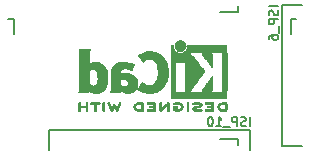
<source format=gbr>
G04 #@! TF.FileFunction,Legend,Bot*
%FSLAX46Y46*%
G04 Gerber Fmt 4.6, Leading zero omitted, Abs format (unit mm)*
G04 Created by KiCad (PCBNEW 4.0.7) date 2018 March 08, Thursday 11:57:54*
%MOMM*%
%LPD*%
G01*
G04 APERTURE LIST*
%ADD10C,0.100000*%
%ADD11C,0.150000*%
%ADD12C,0.010000*%
%ADD13C,0.127000*%
G04 APERTURE END LIST*
D10*
D11*
X64500000Y-39696000D02*
X64500000Y-40946000D01*
X64000000Y-39696000D02*
X64500000Y-39696000D01*
X83450000Y-49800000D02*
X81950000Y-49800000D01*
X83450000Y-50300000D02*
X83450000Y-49800000D01*
X84450000Y-49050000D02*
X84450000Y-50800000D01*
X67450000Y-49050000D02*
X84450000Y-49050000D01*
X67450000Y-50800000D02*
X67450000Y-49050000D01*
X83450000Y-39100000D02*
X81950000Y-39100000D01*
X83450000Y-38600000D02*
X83450000Y-39100000D01*
X87900000Y-39696000D02*
X87900000Y-40946000D01*
X88400000Y-39696000D02*
X87900000Y-39696000D01*
X87150000Y-38446000D02*
X88900000Y-38446000D01*
X87150000Y-50446000D02*
X87150000Y-38446000D01*
X88900000Y-50446000D02*
X87150000Y-50446000D01*
D12*
G36*
X82321371Y-46719066D02*
X82281889Y-46719467D01*
X82166200Y-46722259D01*
X82069311Y-46730550D01*
X81987919Y-46745232D01*
X81918723Y-46767193D01*
X81858420Y-46797322D01*
X81803708Y-46836510D01*
X81784167Y-46853532D01*
X81751750Y-46893363D01*
X81722520Y-46947413D01*
X81699991Y-47007323D01*
X81687679Y-47064739D01*
X81686400Y-47085956D01*
X81694417Y-47144769D01*
X81715899Y-47209013D01*
X81746999Y-47269821D01*
X81783866Y-47318330D01*
X81789854Y-47324182D01*
X81840579Y-47365321D01*
X81896125Y-47397435D01*
X81959696Y-47421365D01*
X82034494Y-47437953D01*
X82123722Y-47448041D01*
X82230582Y-47452469D01*
X82279528Y-47452845D01*
X82341762Y-47452545D01*
X82385528Y-47451292D01*
X82414931Y-47448554D01*
X82434079Y-47443801D01*
X82447077Y-47436501D01*
X82454045Y-47430267D01*
X82460626Y-47422694D01*
X82465788Y-47412924D01*
X82469703Y-47398340D01*
X82472543Y-47376326D01*
X82474480Y-47344264D01*
X82475684Y-47299536D01*
X82476328Y-47239526D01*
X82476583Y-47161617D01*
X82476622Y-47085956D01*
X82476870Y-46985041D01*
X82476817Y-46904427D01*
X82475857Y-46865822D01*
X82329867Y-46865822D01*
X82329867Y-47306089D01*
X82236734Y-47306004D01*
X82180693Y-47304396D01*
X82121999Y-47300256D01*
X82073028Y-47294464D01*
X82071538Y-47294226D01*
X81992392Y-47275090D01*
X81931002Y-47245287D01*
X81884305Y-47202878D01*
X81854635Y-47156961D01*
X81836353Y-47106026D01*
X81837771Y-47058200D01*
X81858988Y-47006933D01*
X81900489Y-46953899D01*
X81957998Y-46914600D01*
X82032750Y-46888331D01*
X82082708Y-46879035D01*
X82139416Y-46872507D01*
X82199519Y-46867782D01*
X82250639Y-46865817D01*
X82253667Y-46865808D01*
X82329867Y-46865822D01*
X82475857Y-46865822D01*
X82475260Y-46841851D01*
X82470998Y-46795055D01*
X82462830Y-46761778D01*
X82449556Y-46739759D01*
X82429974Y-46726739D01*
X82402883Y-46720457D01*
X82367082Y-46718653D01*
X82321371Y-46719066D01*
X82321371Y-46719066D01*
G37*
X82321371Y-46719066D02*
X82281889Y-46719467D01*
X82166200Y-46722259D01*
X82069311Y-46730550D01*
X81987919Y-46745232D01*
X81918723Y-46767193D01*
X81858420Y-46797322D01*
X81803708Y-46836510D01*
X81784167Y-46853532D01*
X81751750Y-46893363D01*
X81722520Y-46947413D01*
X81699991Y-47007323D01*
X81687679Y-47064739D01*
X81686400Y-47085956D01*
X81694417Y-47144769D01*
X81715899Y-47209013D01*
X81746999Y-47269821D01*
X81783866Y-47318330D01*
X81789854Y-47324182D01*
X81840579Y-47365321D01*
X81896125Y-47397435D01*
X81959696Y-47421365D01*
X82034494Y-47437953D01*
X82123722Y-47448041D01*
X82230582Y-47452469D01*
X82279528Y-47452845D01*
X82341762Y-47452545D01*
X82385528Y-47451292D01*
X82414931Y-47448554D01*
X82434079Y-47443801D01*
X82447077Y-47436501D01*
X82454045Y-47430267D01*
X82460626Y-47422694D01*
X82465788Y-47412924D01*
X82469703Y-47398340D01*
X82472543Y-47376326D01*
X82474480Y-47344264D01*
X82475684Y-47299536D01*
X82476328Y-47239526D01*
X82476583Y-47161617D01*
X82476622Y-47085956D01*
X82476870Y-46985041D01*
X82476817Y-46904427D01*
X82475857Y-46865822D01*
X82329867Y-46865822D01*
X82329867Y-47306089D01*
X82236734Y-47306004D01*
X82180693Y-47304396D01*
X82121999Y-47300256D01*
X82073028Y-47294464D01*
X82071538Y-47294226D01*
X81992392Y-47275090D01*
X81931002Y-47245287D01*
X81884305Y-47202878D01*
X81854635Y-47156961D01*
X81836353Y-47106026D01*
X81837771Y-47058200D01*
X81858988Y-47006933D01*
X81900489Y-46953899D01*
X81957998Y-46914600D01*
X82032750Y-46888331D01*
X82082708Y-46879035D01*
X82139416Y-46872507D01*
X82199519Y-46867782D01*
X82250639Y-46865817D01*
X82253667Y-46865808D01*
X82329867Y-46865822D01*
X82475857Y-46865822D01*
X82475260Y-46841851D01*
X82470998Y-46795055D01*
X82462830Y-46761778D01*
X82449556Y-46739759D01*
X82429974Y-46726739D01*
X82402883Y-46720457D01*
X82367082Y-46718653D01*
X82321371Y-46719066D01*
G36*
X80912794Y-46719146D02*
X80843386Y-46719518D01*
X80790997Y-46720385D01*
X80752847Y-46721946D01*
X80726159Y-46724403D01*
X80708153Y-46727957D01*
X80696049Y-46732810D01*
X80687069Y-46739161D01*
X80683818Y-46742084D01*
X80664043Y-46773142D01*
X80660482Y-46808828D01*
X80673491Y-46840510D01*
X80679506Y-46846913D01*
X80689235Y-46853121D01*
X80704901Y-46857910D01*
X80729408Y-46861514D01*
X80765661Y-46864164D01*
X80816565Y-46866095D01*
X80885026Y-46867539D01*
X80947617Y-46868418D01*
X81195334Y-46871467D01*
X81198719Y-46936378D01*
X81202105Y-47001289D01*
X81033958Y-47001289D01*
X80960959Y-47001919D01*
X80907517Y-47004553D01*
X80870628Y-47010309D01*
X80847288Y-47020304D01*
X80834494Y-47035656D01*
X80829242Y-47057482D01*
X80828445Y-47077738D01*
X80830923Y-47102592D01*
X80840277Y-47120906D01*
X80859383Y-47133637D01*
X80891118Y-47141741D01*
X80938359Y-47146176D01*
X81003983Y-47147899D01*
X81039801Y-47148045D01*
X81200978Y-47148045D01*
X81200978Y-47306089D01*
X80952622Y-47306089D01*
X80871213Y-47306202D01*
X80809342Y-47306712D01*
X80763968Y-47307870D01*
X80732054Y-47309930D01*
X80710559Y-47313146D01*
X80696443Y-47317772D01*
X80686668Y-47324059D01*
X80681689Y-47328667D01*
X80664610Y-47355560D01*
X80659111Y-47379467D01*
X80666963Y-47408667D01*
X80681689Y-47430267D01*
X80689546Y-47437066D01*
X80699688Y-47442346D01*
X80714844Y-47446298D01*
X80737741Y-47449113D01*
X80771109Y-47450982D01*
X80817675Y-47452098D01*
X80880167Y-47452651D01*
X80961314Y-47452833D01*
X81003422Y-47452845D01*
X81093598Y-47452765D01*
X81163924Y-47452398D01*
X81217129Y-47451552D01*
X81255940Y-47450036D01*
X81283087Y-47447659D01*
X81301298Y-47444229D01*
X81313300Y-47439554D01*
X81321822Y-47433444D01*
X81325156Y-47430267D01*
X81331755Y-47422670D01*
X81336927Y-47412870D01*
X81340846Y-47398239D01*
X81343684Y-47376152D01*
X81345615Y-47343982D01*
X81346812Y-47299103D01*
X81347448Y-47238889D01*
X81347697Y-47160713D01*
X81347734Y-47087923D01*
X81347700Y-46994707D01*
X81347465Y-46921431D01*
X81346830Y-46865458D01*
X81345594Y-46824151D01*
X81343556Y-46794872D01*
X81340517Y-46774984D01*
X81336277Y-46761850D01*
X81330635Y-46752832D01*
X81323391Y-46745293D01*
X81321606Y-46743612D01*
X81312945Y-46736172D01*
X81302882Y-46730409D01*
X81288625Y-46726112D01*
X81267383Y-46723064D01*
X81236364Y-46721051D01*
X81192777Y-46719860D01*
X81133831Y-46719275D01*
X81056734Y-46719083D01*
X81002001Y-46719067D01*
X80912794Y-46719146D01*
X80912794Y-46719146D01*
G37*
X80912794Y-46719146D02*
X80843386Y-46719518D01*
X80790997Y-46720385D01*
X80752847Y-46721946D01*
X80726159Y-46724403D01*
X80708153Y-46727957D01*
X80696049Y-46732810D01*
X80687069Y-46739161D01*
X80683818Y-46742084D01*
X80664043Y-46773142D01*
X80660482Y-46808828D01*
X80673491Y-46840510D01*
X80679506Y-46846913D01*
X80689235Y-46853121D01*
X80704901Y-46857910D01*
X80729408Y-46861514D01*
X80765661Y-46864164D01*
X80816565Y-46866095D01*
X80885026Y-46867539D01*
X80947617Y-46868418D01*
X81195334Y-46871467D01*
X81198719Y-46936378D01*
X81202105Y-47001289D01*
X81033958Y-47001289D01*
X80960959Y-47001919D01*
X80907517Y-47004553D01*
X80870628Y-47010309D01*
X80847288Y-47020304D01*
X80834494Y-47035656D01*
X80829242Y-47057482D01*
X80828445Y-47077738D01*
X80830923Y-47102592D01*
X80840277Y-47120906D01*
X80859383Y-47133637D01*
X80891118Y-47141741D01*
X80938359Y-47146176D01*
X81003983Y-47147899D01*
X81039801Y-47148045D01*
X81200978Y-47148045D01*
X81200978Y-47306089D01*
X80952622Y-47306089D01*
X80871213Y-47306202D01*
X80809342Y-47306712D01*
X80763968Y-47307870D01*
X80732054Y-47309930D01*
X80710559Y-47313146D01*
X80696443Y-47317772D01*
X80686668Y-47324059D01*
X80681689Y-47328667D01*
X80664610Y-47355560D01*
X80659111Y-47379467D01*
X80666963Y-47408667D01*
X80681689Y-47430267D01*
X80689546Y-47437066D01*
X80699688Y-47442346D01*
X80714844Y-47446298D01*
X80737741Y-47449113D01*
X80771109Y-47450982D01*
X80817675Y-47452098D01*
X80880167Y-47452651D01*
X80961314Y-47452833D01*
X81003422Y-47452845D01*
X81093598Y-47452765D01*
X81163924Y-47452398D01*
X81217129Y-47451552D01*
X81255940Y-47450036D01*
X81283087Y-47447659D01*
X81301298Y-47444229D01*
X81313300Y-47439554D01*
X81321822Y-47433444D01*
X81325156Y-47430267D01*
X81331755Y-47422670D01*
X81336927Y-47412870D01*
X81340846Y-47398239D01*
X81343684Y-47376152D01*
X81345615Y-47343982D01*
X81346812Y-47299103D01*
X81347448Y-47238889D01*
X81347697Y-47160713D01*
X81347734Y-47087923D01*
X81347700Y-46994707D01*
X81347465Y-46921431D01*
X81346830Y-46865458D01*
X81345594Y-46824151D01*
X81343556Y-46794872D01*
X81340517Y-46774984D01*
X81336277Y-46761850D01*
X81330635Y-46752832D01*
X81323391Y-46745293D01*
X81321606Y-46743612D01*
X81312945Y-46736172D01*
X81302882Y-46730409D01*
X81288625Y-46726112D01*
X81267383Y-46723064D01*
X81236364Y-46721051D01*
X81192777Y-46719860D01*
X81133831Y-46719275D01*
X81056734Y-46719083D01*
X81002001Y-46719067D01*
X80912794Y-46719146D01*
G36*
X79891703Y-46720351D02*
X79816888Y-46725581D01*
X79747306Y-46733750D01*
X79687002Y-46744550D01*
X79640020Y-46757673D01*
X79610406Y-46772813D01*
X79605860Y-46777269D01*
X79590054Y-46811850D01*
X79594847Y-46847351D01*
X79619364Y-46877725D01*
X79620534Y-46878596D01*
X79634954Y-46887954D01*
X79650008Y-46892876D01*
X79671005Y-46893473D01*
X79703257Y-46889861D01*
X79752073Y-46882154D01*
X79756000Y-46881505D01*
X79828739Y-46872569D01*
X79907217Y-46868161D01*
X79985927Y-46868119D01*
X80059361Y-46872279D01*
X80122011Y-46880479D01*
X80168370Y-46892557D01*
X80171416Y-46893771D01*
X80205048Y-46912615D01*
X80216864Y-46931685D01*
X80207614Y-46950439D01*
X80178047Y-46968337D01*
X80128911Y-46984837D01*
X80060957Y-46999396D01*
X80015645Y-47006406D01*
X79921456Y-47019889D01*
X79846544Y-47032214D01*
X79787717Y-47044449D01*
X79741785Y-47057661D01*
X79705555Y-47072917D01*
X79675838Y-47091285D01*
X79649442Y-47113831D01*
X79628230Y-47135971D01*
X79603065Y-47166819D01*
X79590681Y-47193345D01*
X79586808Y-47226026D01*
X79586667Y-47237995D01*
X79589576Y-47277712D01*
X79601202Y-47307259D01*
X79621323Y-47333486D01*
X79662216Y-47373576D01*
X79707817Y-47404149D01*
X79761513Y-47426203D01*
X79826692Y-47440735D01*
X79906744Y-47448741D01*
X80005057Y-47451218D01*
X80021289Y-47451177D01*
X80086849Y-47449818D01*
X80151866Y-47446730D01*
X80209252Y-47442356D01*
X80251922Y-47437140D01*
X80255372Y-47436541D01*
X80297796Y-47426491D01*
X80333780Y-47413796D01*
X80354150Y-47402190D01*
X80373107Y-47371572D01*
X80374427Y-47335918D01*
X80358085Y-47304144D01*
X80354429Y-47300551D01*
X80339315Y-47289876D01*
X80320415Y-47285276D01*
X80291162Y-47286059D01*
X80255651Y-47290127D01*
X80215970Y-47293762D01*
X80160345Y-47296828D01*
X80095406Y-47299053D01*
X80027785Y-47300164D01*
X80010000Y-47300237D01*
X79942128Y-47299964D01*
X79892454Y-47298646D01*
X79856610Y-47295827D01*
X79830224Y-47291050D01*
X79808926Y-47283857D01*
X79796126Y-47277867D01*
X79768000Y-47261233D01*
X79750068Y-47246168D01*
X79747447Y-47241897D01*
X79752976Y-47224263D01*
X79779260Y-47207192D01*
X79824478Y-47191458D01*
X79886808Y-47177838D01*
X79905171Y-47174804D01*
X80001090Y-47159738D01*
X80077641Y-47147146D01*
X80137780Y-47136111D01*
X80184460Y-47125720D01*
X80220637Y-47115056D01*
X80249265Y-47103205D01*
X80273298Y-47089251D01*
X80295692Y-47072281D01*
X80319402Y-47051378D01*
X80327380Y-47044049D01*
X80355353Y-47016699D01*
X80370160Y-46995029D01*
X80375952Y-46970232D01*
X80376889Y-46938983D01*
X80366575Y-46877705D01*
X80335752Y-46825640D01*
X80284595Y-46782958D01*
X80213283Y-46749825D01*
X80162400Y-46734964D01*
X80107100Y-46725366D01*
X80040853Y-46719936D01*
X79967706Y-46718367D01*
X79891703Y-46720351D01*
X79891703Y-46720351D01*
G37*
X79891703Y-46720351D02*
X79816888Y-46725581D01*
X79747306Y-46733750D01*
X79687002Y-46744550D01*
X79640020Y-46757673D01*
X79610406Y-46772813D01*
X79605860Y-46777269D01*
X79590054Y-46811850D01*
X79594847Y-46847351D01*
X79619364Y-46877725D01*
X79620534Y-46878596D01*
X79634954Y-46887954D01*
X79650008Y-46892876D01*
X79671005Y-46893473D01*
X79703257Y-46889861D01*
X79752073Y-46882154D01*
X79756000Y-46881505D01*
X79828739Y-46872569D01*
X79907217Y-46868161D01*
X79985927Y-46868119D01*
X80059361Y-46872279D01*
X80122011Y-46880479D01*
X80168370Y-46892557D01*
X80171416Y-46893771D01*
X80205048Y-46912615D01*
X80216864Y-46931685D01*
X80207614Y-46950439D01*
X80178047Y-46968337D01*
X80128911Y-46984837D01*
X80060957Y-46999396D01*
X80015645Y-47006406D01*
X79921456Y-47019889D01*
X79846544Y-47032214D01*
X79787717Y-47044449D01*
X79741785Y-47057661D01*
X79705555Y-47072917D01*
X79675838Y-47091285D01*
X79649442Y-47113831D01*
X79628230Y-47135971D01*
X79603065Y-47166819D01*
X79590681Y-47193345D01*
X79586808Y-47226026D01*
X79586667Y-47237995D01*
X79589576Y-47277712D01*
X79601202Y-47307259D01*
X79621323Y-47333486D01*
X79662216Y-47373576D01*
X79707817Y-47404149D01*
X79761513Y-47426203D01*
X79826692Y-47440735D01*
X79906744Y-47448741D01*
X80005057Y-47451218D01*
X80021289Y-47451177D01*
X80086849Y-47449818D01*
X80151866Y-47446730D01*
X80209252Y-47442356D01*
X80251922Y-47437140D01*
X80255372Y-47436541D01*
X80297796Y-47426491D01*
X80333780Y-47413796D01*
X80354150Y-47402190D01*
X80373107Y-47371572D01*
X80374427Y-47335918D01*
X80358085Y-47304144D01*
X80354429Y-47300551D01*
X80339315Y-47289876D01*
X80320415Y-47285276D01*
X80291162Y-47286059D01*
X80255651Y-47290127D01*
X80215970Y-47293762D01*
X80160345Y-47296828D01*
X80095406Y-47299053D01*
X80027785Y-47300164D01*
X80010000Y-47300237D01*
X79942128Y-47299964D01*
X79892454Y-47298646D01*
X79856610Y-47295827D01*
X79830224Y-47291050D01*
X79808926Y-47283857D01*
X79796126Y-47277867D01*
X79768000Y-47261233D01*
X79750068Y-47246168D01*
X79747447Y-47241897D01*
X79752976Y-47224263D01*
X79779260Y-47207192D01*
X79824478Y-47191458D01*
X79886808Y-47177838D01*
X79905171Y-47174804D01*
X80001090Y-47159738D01*
X80077641Y-47147146D01*
X80137780Y-47136111D01*
X80184460Y-47125720D01*
X80220637Y-47115056D01*
X80249265Y-47103205D01*
X80273298Y-47089251D01*
X80295692Y-47072281D01*
X80319402Y-47051378D01*
X80327380Y-47044049D01*
X80355353Y-47016699D01*
X80370160Y-46995029D01*
X80375952Y-46970232D01*
X80376889Y-46938983D01*
X80366575Y-46877705D01*
X80335752Y-46825640D01*
X80284595Y-46782958D01*
X80213283Y-46749825D01*
X80162400Y-46734964D01*
X80107100Y-46725366D01*
X80040853Y-46719936D01*
X79967706Y-46718367D01*
X79891703Y-46720351D01*
G36*
X79123822Y-46741645D02*
X79117242Y-46749218D01*
X79112079Y-46758987D01*
X79108164Y-46773571D01*
X79105324Y-46795585D01*
X79103387Y-46827648D01*
X79102183Y-46872375D01*
X79101539Y-46932385D01*
X79101284Y-47010294D01*
X79101245Y-47085956D01*
X79101314Y-47179802D01*
X79101638Y-47253689D01*
X79102386Y-47310232D01*
X79103732Y-47352049D01*
X79105846Y-47381757D01*
X79108900Y-47401973D01*
X79113066Y-47415314D01*
X79118516Y-47424398D01*
X79123822Y-47430267D01*
X79156826Y-47449947D01*
X79191991Y-47448181D01*
X79223455Y-47426717D01*
X79230684Y-47418337D01*
X79236334Y-47408614D01*
X79240599Y-47394861D01*
X79243673Y-47374389D01*
X79245752Y-47344512D01*
X79247030Y-47302541D01*
X79247701Y-47245789D01*
X79247959Y-47171567D01*
X79248000Y-47087537D01*
X79248000Y-46774485D01*
X79220291Y-46746776D01*
X79186137Y-46723463D01*
X79153006Y-46722623D01*
X79123822Y-46741645D01*
X79123822Y-46741645D01*
G37*
X79123822Y-46741645D02*
X79117242Y-46749218D01*
X79112079Y-46758987D01*
X79108164Y-46773571D01*
X79105324Y-46795585D01*
X79103387Y-46827648D01*
X79102183Y-46872375D01*
X79101539Y-46932385D01*
X79101284Y-47010294D01*
X79101245Y-47085956D01*
X79101314Y-47179802D01*
X79101638Y-47253689D01*
X79102386Y-47310232D01*
X79103732Y-47352049D01*
X79105846Y-47381757D01*
X79108900Y-47401973D01*
X79113066Y-47415314D01*
X79118516Y-47424398D01*
X79123822Y-47430267D01*
X79156826Y-47449947D01*
X79191991Y-47448181D01*
X79223455Y-47426717D01*
X79230684Y-47418337D01*
X79236334Y-47408614D01*
X79240599Y-47394861D01*
X79243673Y-47374389D01*
X79245752Y-47344512D01*
X79247030Y-47302541D01*
X79247701Y-47245789D01*
X79247959Y-47171567D01*
X79248000Y-47087537D01*
X79248000Y-46774485D01*
X79220291Y-46746776D01*
X79186137Y-46723463D01*
X79153006Y-46722623D01*
X79123822Y-46741645D01*
G36*
X78150081Y-46724599D02*
X78081565Y-46736095D01*
X78028943Y-46753967D01*
X77994708Y-46777499D01*
X77985379Y-46790924D01*
X77975893Y-46822148D01*
X77982277Y-46850395D01*
X78002430Y-46877182D01*
X78033745Y-46889713D01*
X78079183Y-46888696D01*
X78114326Y-46881906D01*
X78192419Y-46868971D01*
X78272226Y-46867742D01*
X78361555Y-46878241D01*
X78386229Y-46882690D01*
X78469291Y-46906108D01*
X78534273Y-46940945D01*
X78580461Y-46986604D01*
X78607145Y-47042494D01*
X78612663Y-47071388D01*
X78609051Y-47130012D01*
X78585729Y-47181879D01*
X78544824Y-47225978D01*
X78488459Y-47261299D01*
X78418760Y-47286829D01*
X78337852Y-47301559D01*
X78247860Y-47304478D01*
X78150910Y-47294575D01*
X78145436Y-47293641D01*
X78106875Y-47286459D01*
X78085494Y-47279521D01*
X78076227Y-47269227D01*
X78074006Y-47251976D01*
X78073956Y-47242841D01*
X78073956Y-47204489D01*
X78142431Y-47204489D01*
X78202900Y-47200347D01*
X78244165Y-47187147D01*
X78268175Y-47163730D01*
X78276877Y-47128936D01*
X78276983Y-47124394D01*
X78271892Y-47094654D01*
X78254433Y-47073419D01*
X78221939Y-47059366D01*
X78171743Y-47051173D01*
X78123123Y-47048161D01*
X78052456Y-47046433D01*
X78001198Y-47049070D01*
X77966239Y-47058800D01*
X77944470Y-47078353D01*
X77932780Y-47110456D01*
X77928060Y-47157838D01*
X77927200Y-47220071D01*
X77928609Y-47289535D01*
X77932848Y-47336786D01*
X77939936Y-47362012D01*
X77941311Y-47363988D01*
X77980228Y-47395508D01*
X78037286Y-47420470D01*
X78108869Y-47438340D01*
X78191358Y-47448586D01*
X78281139Y-47450673D01*
X78374592Y-47444068D01*
X78429556Y-47435956D01*
X78515766Y-47411554D01*
X78595892Y-47371662D01*
X78662977Y-47319887D01*
X78673173Y-47309539D01*
X78706302Y-47266035D01*
X78736194Y-47212118D01*
X78759357Y-47155592D01*
X78772298Y-47104259D01*
X78773858Y-47084544D01*
X78767218Y-47043419D01*
X78749568Y-46992252D01*
X78724297Y-46938394D01*
X78694789Y-46889195D01*
X78668719Y-46856334D01*
X78607765Y-46807452D01*
X78528969Y-46768545D01*
X78435157Y-46740494D01*
X78329150Y-46724179D01*
X78232000Y-46720192D01*
X78150081Y-46724599D01*
X78150081Y-46724599D01*
G37*
X78150081Y-46724599D02*
X78081565Y-46736095D01*
X78028943Y-46753967D01*
X77994708Y-46777499D01*
X77985379Y-46790924D01*
X77975893Y-46822148D01*
X77982277Y-46850395D01*
X78002430Y-46877182D01*
X78033745Y-46889713D01*
X78079183Y-46888696D01*
X78114326Y-46881906D01*
X78192419Y-46868971D01*
X78272226Y-46867742D01*
X78361555Y-46878241D01*
X78386229Y-46882690D01*
X78469291Y-46906108D01*
X78534273Y-46940945D01*
X78580461Y-46986604D01*
X78607145Y-47042494D01*
X78612663Y-47071388D01*
X78609051Y-47130012D01*
X78585729Y-47181879D01*
X78544824Y-47225978D01*
X78488459Y-47261299D01*
X78418760Y-47286829D01*
X78337852Y-47301559D01*
X78247860Y-47304478D01*
X78150910Y-47294575D01*
X78145436Y-47293641D01*
X78106875Y-47286459D01*
X78085494Y-47279521D01*
X78076227Y-47269227D01*
X78074006Y-47251976D01*
X78073956Y-47242841D01*
X78073956Y-47204489D01*
X78142431Y-47204489D01*
X78202900Y-47200347D01*
X78244165Y-47187147D01*
X78268175Y-47163730D01*
X78276877Y-47128936D01*
X78276983Y-47124394D01*
X78271892Y-47094654D01*
X78254433Y-47073419D01*
X78221939Y-47059366D01*
X78171743Y-47051173D01*
X78123123Y-47048161D01*
X78052456Y-47046433D01*
X78001198Y-47049070D01*
X77966239Y-47058800D01*
X77944470Y-47078353D01*
X77932780Y-47110456D01*
X77928060Y-47157838D01*
X77927200Y-47220071D01*
X77928609Y-47289535D01*
X77932848Y-47336786D01*
X77939936Y-47362012D01*
X77941311Y-47363988D01*
X77980228Y-47395508D01*
X78037286Y-47420470D01*
X78108869Y-47438340D01*
X78191358Y-47448586D01*
X78281139Y-47450673D01*
X78374592Y-47444068D01*
X78429556Y-47435956D01*
X78515766Y-47411554D01*
X78595892Y-47371662D01*
X78662977Y-47319887D01*
X78673173Y-47309539D01*
X78706302Y-47266035D01*
X78736194Y-47212118D01*
X78759357Y-47155592D01*
X78772298Y-47104259D01*
X78773858Y-47084544D01*
X78767218Y-47043419D01*
X78749568Y-46992252D01*
X78724297Y-46938394D01*
X78694789Y-46889195D01*
X78668719Y-46856334D01*
X78607765Y-46807452D01*
X78528969Y-46768545D01*
X78435157Y-46740494D01*
X78329150Y-46724179D01*
X78232000Y-46720192D01*
X78150081Y-46724599D01*
G36*
X77500114Y-46723448D02*
X77476548Y-46737273D01*
X77445735Y-46759881D01*
X77406078Y-46792338D01*
X77355980Y-46835708D01*
X77293843Y-46891058D01*
X77218072Y-46959451D01*
X77131334Y-47038084D01*
X76950711Y-47201878D01*
X76945067Y-46982029D01*
X76943029Y-46906351D01*
X76941063Y-46849994D01*
X76938734Y-46809706D01*
X76935606Y-46782235D01*
X76931245Y-46764329D01*
X76925216Y-46752737D01*
X76917084Y-46744208D01*
X76912772Y-46740623D01*
X76878241Y-46721670D01*
X76845383Y-46724441D01*
X76819318Y-46740633D01*
X76792667Y-46762199D01*
X76789352Y-47077151D01*
X76788435Y-47169779D01*
X76787968Y-47242544D01*
X76788113Y-47298161D01*
X76789032Y-47339342D01*
X76790887Y-47368803D01*
X76793839Y-47389255D01*
X76798050Y-47403413D01*
X76803682Y-47413991D01*
X76809927Y-47422474D01*
X76823439Y-47438207D01*
X76836883Y-47448636D01*
X76852124Y-47452639D01*
X76871026Y-47449094D01*
X76895455Y-47436879D01*
X76927273Y-47414871D01*
X76968348Y-47381949D01*
X77020542Y-47336991D01*
X77085722Y-47278875D01*
X77159556Y-47212099D01*
X77424845Y-46971458D01*
X77430489Y-47190589D01*
X77432531Y-47266128D01*
X77434502Y-47322354D01*
X77436839Y-47362524D01*
X77439981Y-47389896D01*
X77444364Y-47407728D01*
X77450424Y-47419279D01*
X77458600Y-47427807D01*
X77462784Y-47431282D01*
X77499765Y-47450372D01*
X77534708Y-47447493D01*
X77565136Y-47423100D01*
X77572097Y-47413286D01*
X77577523Y-47401826D01*
X77581603Y-47385968D01*
X77584529Y-47362963D01*
X77586492Y-47330062D01*
X77587683Y-47284516D01*
X77588292Y-47223573D01*
X77588511Y-47144486D01*
X77588534Y-47085956D01*
X77588460Y-46994407D01*
X77588113Y-46922687D01*
X77587301Y-46868045D01*
X77585833Y-46827732D01*
X77583519Y-46798998D01*
X77580167Y-46779093D01*
X77575588Y-46765268D01*
X77569589Y-46754772D01*
X77565136Y-46748811D01*
X77553850Y-46734691D01*
X77543301Y-46724029D01*
X77531893Y-46717892D01*
X77518030Y-46717343D01*
X77500114Y-46723448D01*
X77500114Y-46723448D01*
G37*
X77500114Y-46723448D02*
X77476548Y-46737273D01*
X77445735Y-46759881D01*
X77406078Y-46792338D01*
X77355980Y-46835708D01*
X77293843Y-46891058D01*
X77218072Y-46959451D01*
X77131334Y-47038084D01*
X76950711Y-47201878D01*
X76945067Y-46982029D01*
X76943029Y-46906351D01*
X76941063Y-46849994D01*
X76938734Y-46809706D01*
X76935606Y-46782235D01*
X76931245Y-46764329D01*
X76925216Y-46752737D01*
X76917084Y-46744208D01*
X76912772Y-46740623D01*
X76878241Y-46721670D01*
X76845383Y-46724441D01*
X76819318Y-46740633D01*
X76792667Y-46762199D01*
X76789352Y-47077151D01*
X76788435Y-47169779D01*
X76787968Y-47242544D01*
X76788113Y-47298161D01*
X76789032Y-47339342D01*
X76790887Y-47368803D01*
X76793839Y-47389255D01*
X76798050Y-47403413D01*
X76803682Y-47413991D01*
X76809927Y-47422474D01*
X76823439Y-47438207D01*
X76836883Y-47448636D01*
X76852124Y-47452639D01*
X76871026Y-47449094D01*
X76895455Y-47436879D01*
X76927273Y-47414871D01*
X76968348Y-47381949D01*
X77020542Y-47336991D01*
X77085722Y-47278875D01*
X77159556Y-47212099D01*
X77424845Y-46971458D01*
X77430489Y-47190589D01*
X77432531Y-47266128D01*
X77434502Y-47322354D01*
X77436839Y-47362524D01*
X77439981Y-47389896D01*
X77444364Y-47407728D01*
X77450424Y-47419279D01*
X77458600Y-47427807D01*
X77462784Y-47431282D01*
X77499765Y-47450372D01*
X77534708Y-47447493D01*
X77565136Y-47423100D01*
X77572097Y-47413286D01*
X77577523Y-47401826D01*
X77581603Y-47385968D01*
X77584529Y-47362963D01*
X77586492Y-47330062D01*
X77587683Y-47284516D01*
X77588292Y-47223573D01*
X77588511Y-47144486D01*
X77588534Y-47085956D01*
X77588460Y-46994407D01*
X77588113Y-46922687D01*
X77587301Y-46868045D01*
X77585833Y-46827732D01*
X77583519Y-46798998D01*
X77580167Y-46779093D01*
X77575588Y-46765268D01*
X77569589Y-46754772D01*
X77565136Y-46748811D01*
X77553850Y-46734691D01*
X77543301Y-46724029D01*
X77531893Y-46717892D01*
X77518030Y-46717343D01*
X77500114Y-46723448D01*
G36*
X75969657Y-46719260D02*
X75893299Y-46720174D01*
X75834783Y-46722311D01*
X75791745Y-46726175D01*
X75761817Y-46732267D01*
X75742632Y-46741090D01*
X75731824Y-46753146D01*
X75727027Y-46768939D01*
X75725873Y-46788970D01*
X75725867Y-46791335D01*
X75726869Y-46813992D01*
X75731604Y-46831503D01*
X75742667Y-46844574D01*
X75762652Y-46853913D01*
X75794154Y-46860227D01*
X75839768Y-46864222D01*
X75902087Y-46866606D01*
X75983707Y-46868086D01*
X76008723Y-46868414D01*
X76250800Y-46871467D01*
X76254186Y-46936378D01*
X76257571Y-47001289D01*
X76089424Y-47001289D01*
X76023734Y-47001531D01*
X75976828Y-47002556D01*
X75944917Y-47004811D01*
X75924209Y-47008742D01*
X75910916Y-47014798D01*
X75901245Y-47023424D01*
X75901183Y-47023493D01*
X75883644Y-47057112D01*
X75884278Y-47093448D01*
X75902686Y-47124423D01*
X75906329Y-47127607D01*
X75919259Y-47135812D01*
X75936976Y-47141521D01*
X75963430Y-47145162D01*
X76002568Y-47147167D01*
X76058338Y-47147964D01*
X76094006Y-47148045D01*
X76256445Y-47148045D01*
X76256445Y-47306089D01*
X76009839Y-47306089D01*
X75928420Y-47306231D01*
X75866590Y-47306814D01*
X75821363Y-47308068D01*
X75789752Y-47310227D01*
X75768769Y-47313523D01*
X75755427Y-47318189D01*
X75746739Y-47324457D01*
X75744550Y-47326733D01*
X75728386Y-47358280D01*
X75727203Y-47394168D01*
X75740464Y-47425285D01*
X75750957Y-47435271D01*
X75761871Y-47440769D01*
X75778783Y-47445022D01*
X75804367Y-47448180D01*
X75841299Y-47450392D01*
X75892254Y-47451806D01*
X75959906Y-47452572D01*
X76046931Y-47452838D01*
X76066606Y-47452845D01*
X76155089Y-47452787D01*
X76223773Y-47452467D01*
X76275436Y-47451667D01*
X76312855Y-47450167D01*
X76338810Y-47447749D01*
X76356078Y-47444194D01*
X76367438Y-47439282D01*
X76375668Y-47432795D01*
X76380183Y-47428138D01*
X76386979Y-47419889D01*
X76392288Y-47409669D01*
X76396294Y-47394800D01*
X76399179Y-47372602D01*
X76401126Y-47340393D01*
X76402319Y-47295496D01*
X76402939Y-47235228D01*
X76403171Y-47156911D01*
X76403200Y-47090994D01*
X76403129Y-46998628D01*
X76402792Y-46926117D01*
X76402002Y-46870737D01*
X76400574Y-46829765D01*
X76398321Y-46800478D01*
X76395057Y-46780153D01*
X76390596Y-46766066D01*
X76384752Y-46755495D01*
X76379803Y-46748811D01*
X76356406Y-46719067D01*
X76066226Y-46719067D01*
X75969657Y-46719260D01*
X75969657Y-46719260D01*
G37*
X75969657Y-46719260D02*
X75893299Y-46720174D01*
X75834783Y-46722311D01*
X75791745Y-46726175D01*
X75761817Y-46732267D01*
X75742632Y-46741090D01*
X75731824Y-46753146D01*
X75727027Y-46768939D01*
X75725873Y-46788970D01*
X75725867Y-46791335D01*
X75726869Y-46813992D01*
X75731604Y-46831503D01*
X75742667Y-46844574D01*
X75762652Y-46853913D01*
X75794154Y-46860227D01*
X75839768Y-46864222D01*
X75902087Y-46866606D01*
X75983707Y-46868086D01*
X76008723Y-46868414D01*
X76250800Y-46871467D01*
X76254186Y-46936378D01*
X76257571Y-47001289D01*
X76089424Y-47001289D01*
X76023734Y-47001531D01*
X75976828Y-47002556D01*
X75944917Y-47004811D01*
X75924209Y-47008742D01*
X75910916Y-47014798D01*
X75901245Y-47023424D01*
X75901183Y-47023493D01*
X75883644Y-47057112D01*
X75884278Y-47093448D01*
X75902686Y-47124423D01*
X75906329Y-47127607D01*
X75919259Y-47135812D01*
X75936976Y-47141521D01*
X75963430Y-47145162D01*
X76002568Y-47147167D01*
X76058338Y-47147964D01*
X76094006Y-47148045D01*
X76256445Y-47148045D01*
X76256445Y-47306089D01*
X76009839Y-47306089D01*
X75928420Y-47306231D01*
X75866590Y-47306814D01*
X75821363Y-47308068D01*
X75789752Y-47310227D01*
X75768769Y-47313523D01*
X75755427Y-47318189D01*
X75746739Y-47324457D01*
X75744550Y-47326733D01*
X75728386Y-47358280D01*
X75727203Y-47394168D01*
X75740464Y-47425285D01*
X75750957Y-47435271D01*
X75761871Y-47440769D01*
X75778783Y-47445022D01*
X75804367Y-47448180D01*
X75841299Y-47450392D01*
X75892254Y-47451806D01*
X75959906Y-47452572D01*
X76046931Y-47452838D01*
X76066606Y-47452845D01*
X76155089Y-47452787D01*
X76223773Y-47452467D01*
X76275436Y-47451667D01*
X76312855Y-47450167D01*
X76338810Y-47447749D01*
X76356078Y-47444194D01*
X76367438Y-47439282D01*
X76375668Y-47432795D01*
X76380183Y-47428138D01*
X76386979Y-47419889D01*
X76392288Y-47409669D01*
X76396294Y-47394800D01*
X76399179Y-47372602D01*
X76401126Y-47340393D01*
X76402319Y-47295496D01*
X76402939Y-47235228D01*
X76403171Y-47156911D01*
X76403200Y-47090994D01*
X76403129Y-46998628D01*
X76402792Y-46926117D01*
X76402002Y-46870737D01*
X76400574Y-46829765D01*
X76398321Y-46800478D01*
X76395057Y-46780153D01*
X76390596Y-46766066D01*
X76384752Y-46755495D01*
X76379803Y-46748811D01*
X76356406Y-46719067D01*
X76066226Y-46719067D01*
X75969657Y-46719260D01*
G36*
X75181691Y-46719275D02*
X75052712Y-46723636D01*
X74943009Y-46736861D01*
X74850774Y-46759741D01*
X74774198Y-46793070D01*
X74711473Y-46837638D01*
X74660788Y-46894236D01*
X74620337Y-46963658D01*
X74619541Y-46965351D01*
X74595399Y-47027483D01*
X74586797Y-47082509D01*
X74593769Y-47137887D01*
X74616346Y-47201073D01*
X74620628Y-47210689D01*
X74649828Y-47266966D01*
X74682644Y-47310451D01*
X74724998Y-47347417D01*
X74782810Y-47384135D01*
X74786169Y-47386052D01*
X74836496Y-47410227D01*
X74893379Y-47428282D01*
X74960473Y-47440839D01*
X75041435Y-47448522D01*
X75139918Y-47451953D01*
X75174714Y-47452251D01*
X75340406Y-47452845D01*
X75363803Y-47423100D01*
X75370743Y-47413319D01*
X75376158Y-47401897D01*
X75380235Y-47386095D01*
X75383163Y-47363175D01*
X75385133Y-47330396D01*
X75385775Y-47306089D01*
X75229156Y-47306089D01*
X75135274Y-47306089D01*
X75080336Y-47304483D01*
X75023940Y-47300255D01*
X74977655Y-47294292D01*
X74974861Y-47293790D01*
X74892652Y-47271736D01*
X74828886Y-47238600D01*
X74781548Y-47192847D01*
X74748618Y-47132939D01*
X74742892Y-47117061D01*
X74737279Y-47092333D01*
X74739709Y-47067902D01*
X74751533Y-47035400D01*
X74758660Y-47019434D01*
X74782000Y-46977006D01*
X74810120Y-46947240D01*
X74841060Y-46926511D01*
X74903034Y-46899537D01*
X74982349Y-46879998D01*
X75074747Y-46868746D01*
X75141667Y-46866270D01*
X75229156Y-46865822D01*
X75229156Y-47306089D01*
X75385775Y-47306089D01*
X75386332Y-47285021D01*
X75386950Y-47224311D01*
X75387175Y-47145526D01*
X75387200Y-47083920D01*
X75387200Y-46774485D01*
X75359491Y-46746776D01*
X75347194Y-46735544D01*
X75333897Y-46727853D01*
X75315328Y-46723040D01*
X75287214Y-46720446D01*
X75245283Y-46719410D01*
X75185263Y-46719270D01*
X75181691Y-46719275D01*
X75181691Y-46719275D01*
G37*
X75181691Y-46719275D02*
X75052712Y-46723636D01*
X74943009Y-46736861D01*
X74850774Y-46759741D01*
X74774198Y-46793070D01*
X74711473Y-46837638D01*
X74660788Y-46894236D01*
X74620337Y-46963658D01*
X74619541Y-46965351D01*
X74595399Y-47027483D01*
X74586797Y-47082509D01*
X74593769Y-47137887D01*
X74616346Y-47201073D01*
X74620628Y-47210689D01*
X74649828Y-47266966D01*
X74682644Y-47310451D01*
X74724998Y-47347417D01*
X74782810Y-47384135D01*
X74786169Y-47386052D01*
X74836496Y-47410227D01*
X74893379Y-47428282D01*
X74960473Y-47440839D01*
X75041435Y-47448522D01*
X75139918Y-47451953D01*
X75174714Y-47452251D01*
X75340406Y-47452845D01*
X75363803Y-47423100D01*
X75370743Y-47413319D01*
X75376158Y-47401897D01*
X75380235Y-47386095D01*
X75383163Y-47363175D01*
X75385133Y-47330396D01*
X75385775Y-47306089D01*
X75229156Y-47306089D01*
X75135274Y-47306089D01*
X75080336Y-47304483D01*
X75023940Y-47300255D01*
X74977655Y-47294292D01*
X74974861Y-47293790D01*
X74892652Y-47271736D01*
X74828886Y-47238600D01*
X74781548Y-47192847D01*
X74748618Y-47132939D01*
X74742892Y-47117061D01*
X74737279Y-47092333D01*
X74739709Y-47067902D01*
X74751533Y-47035400D01*
X74758660Y-47019434D01*
X74782000Y-46977006D01*
X74810120Y-46947240D01*
X74841060Y-46926511D01*
X74903034Y-46899537D01*
X74982349Y-46879998D01*
X75074747Y-46868746D01*
X75141667Y-46866270D01*
X75229156Y-46865822D01*
X75229156Y-47306089D01*
X75385775Y-47306089D01*
X75386332Y-47285021D01*
X75386950Y-47224311D01*
X75387175Y-47145526D01*
X75387200Y-47083920D01*
X75387200Y-46774485D01*
X75359491Y-46746776D01*
X75347194Y-46735544D01*
X75333897Y-46727853D01*
X75315328Y-46723040D01*
X75287214Y-46720446D01*
X75245283Y-46719410D01*
X75185263Y-46719270D01*
X75181691Y-46719275D01*
G36*
X72455335Y-46721034D02*
X72435745Y-46728035D01*
X72434990Y-46728377D01*
X72408387Y-46748678D01*
X72393730Y-46769561D01*
X72390862Y-46779352D01*
X72391004Y-46792361D01*
X72395039Y-46810895D01*
X72403854Y-46837257D01*
X72418331Y-46873752D01*
X72439355Y-46922687D01*
X72467812Y-46986365D01*
X72504585Y-47067093D01*
X72524825Y-47111216D01*
X72561375Y-47189985D01*
X72595685Y-47262423D01*
X72626448Y-47325880D01*
X72652352Y-47377708D01*
X72672090Y-47415259D01*
X72684350Y-47435884D01*
X72686776Y-47438733D01*
X72717817Y-47451302D01*
X72752879Y-47449619D01*
X72781000Y-47434332D01*
X72782146Y-47433089D01*
X72793332Y-47416154D01*
X72812096Y-47383170D01*
X72836125Y-47338380D01*
X72863103Y-47286032D01*
X72872799Y-47266742D01*
X72945986Y-47120150D01*
X73025760Y-47279393D01*
X73054233Y-47334415D01*
X73080650Y-47382132D01*
X73102852Y-47418893D01*
X73118681Y-47441044D01*
X73124046Y-47445741D01*
X73165743Y-47452102D01*
X73200151Y-47438733D01*
X73210272Y-47424446D01*
X73227786Y-47392692D01*
X73251265Y-47346597D01*
X73279280Y-47289285D01*
X73310401Y-47223880D01*
X73343201Y-47153507D01*
X73376250Y-47081291D01*
X73408119Y-47010355D01*
X73437381Y-46943825D01*
X73462605Y-46884826D01*
X73482364Y-46836481D01*
X73495228Y-46801915D01*
X73499769Y-46784253D01*
X73499723Y-46783613D01*
X73488674Y-46761388D01*
X73466590Y-46738753D01*
X73465290Y-46737768D01*
X73438147Y-46722425D01*
X73413042Y-46722574D01*
X73403632Y-46725466D01*
X73392166Y-46731718D01*
X73379990Y-46744014D01*
X73365643Y-46764908D01*
X73347664Y-46796949D01*
X73324593Y-46842688D01*
X73294970Y-46904677D01*
X73268255Y-46961898D01*
X73237520Y-47028226D01*
X73209979Y-47087874D01*
X73187062Y-47137725D01*
X73170202Y-47174664D01*
X73160827Y-47195573D01*
X73159460Y-47198845D01*
X73153311Y-47193497D01*
X73139178Y-47171109D01*
X73118943Y-47134946D01*
X73094485Y-47088277D01*
X73084752Y-47069022D01*
X73051783Y-47004004D01*
X73026357Y-46956654D01*
X73006388Y-46924219D01*
X72989790Y-46903946D01*
X72974476Y-46893082D01*
X72958360Y-46888875D01*
X72947857Y-46888400D01*
X72929330Y-46890042D01*
X72913096Y-46896831D01*
X72896965Y-46911566D01*
X72878749Y-46937044D01*
X72856261Y-46976061D01*
X72827311Y-47031414D01*
X72811338Y-47062903D01*
X72785430Y-47113087D01*
X72762833Y-47154704D01*
X72745542Y-47184242D01*
X72735550Y-47198189D01*
X72734191Y-47198770D01*
X72727739Y-47187793D01*
X72713292Y-47159290D01*
X72692297Y-47116244D01*
X72666203Y-47061638D01*
X72636454Y-46998454D01*
X72621820Y-46967071D01*
X72583750Y-46886078D01*
X72553095Y-46823756D01*
X72528263Y-46778071D01*
X72507663Y-46746989D01*
X72489702Y-46728478D01*
X72472790Y-46720504D01*
X72455335Y-46721034D01*
X72455335Y-46721034D01*
G37*
X72455335Y-46721034D02*
X72435745Y-46728035D01*
X72434990Y-46728377D01*
X72408387Y-46748678D01*
X72393730Y-46769561D01*
X72390862Y-46779352D01*
X72391004Y-46792361D01*
X72395039Y-46810895D01*
X72403854Y-46837257D01*
X72418331Y-46873752D01*
X72439355Y-46922687D01*
X72467812Y-46986365D01*
X72504585Y-47067093D01*
X72524825Y-47111216D01*
X72561375Y-47189985D01*
X72595685Y-47262423D01*
X72626448Y-47325880D01*
X72652352Y-47377708D01*
X72672090Y-47415259D01*
X72684350Y-47435884D01*
X72686776Y-47438733D01*
X72717817Y-47451302D01*
X72752879Y-47449619D01*
X72781000Y-47434332D01*
X72782146Y-47433089D01*
X72793332Y-47416154D01*
X72812096Y-47383170D01*
X72836125Y-47338380D01*
X72863103Y-47286032D01*
X72872799Y-47266742D01*
X72945986Y-47120150D01*
X73025760Y-47279393D01*
X73054233Y-47334415D01*
X73080650Y-47382132D01*
X73102852Y-47418893D01*
X73118681Y-47441044D01*
X73124046Y-47445741D01*
X73165743Y-47452102D01*
X73200151Y-47438733D01*
X73210272Y-47424446D01*
X73227786Y-47392692D01*
X73251265Y-47346597D01*
X73279280Y-47289285D01*
X73310401Y-47223880D01*
X73343201Y-47153507D01*
X73376250Y-47081291D01*
X73408119Y-47010355D01*
X73437381Y-46943825D01*
X73462605Y-46884826D01*
X73482364Y-46836481D01*
X73495228Y-46801915D01*
X73499769Y-46784253D01*
X73499723Y-46783613D01*
X73488674Y-46761388D01*
X73466590Y-46738753D01*
X73465290Y-46737768D01*
X73438147Y-46722425D01*
X73413042Y-46722574D01*
X73403632Y-46725466D01*
X73392166Y-46731718D01*
X73379990Y-46744014D01*
X73365643Y-46764908D01*
X73347664Y-46796949D01*
X73324593Y-46842688D01*
X73294970Y-46904677D01*
X73268255Y-46961898D01*
X73237520Y-47028226D01*
X73209979Y-47087874D01*
X73187062Y-47137725D01*
X73170202Y-47174664D01*
X73160827Y-47195573D01*
X73159460Y-47198845D01*
X73153311Y-47193497D01*
X73139178Y-47171109D01*
X73118943Y-47134946D01*
X73094485Y-47088277D01*
X73084752Y-47069022D01*
X73051783Y-47004004D01*
X73026357Y-46956654D01*
X73006388Y-46924219D01*
X72989790Y-46903946D01*
X72974476Y-46893082D01*
X72958360Y-46888875D01*
X72947857Y-46888400D01*
X72929330Y-46890042D01*
X72913096Y-46896831D01*
X72896965Y-46911566D01*
X72878749Y-46937044D01*
X72856261Y-46976061D01*
X72827311Y-47031414D01*
X72811338Y-47062903D01*
X72785430Y-47113087D01*
X72762833Y-47154704D01*
X72745542Y-47184242D01*
X72735550Y-47198189D01*
X72734191Y-47198770D01*
X72727739Y-47187793D01*
X72713292Y-47159290D01*
X72692297Y-47116244D01*
X72666203Y-47061638D01*
X72636454Y-46998454D01*
X72621820Y-46967071D01*
X72583750Y-46886078D01*
X72553095Y-46823756D01*
X72528263Y-46778071D01*
X72507663Y-46746989D01*
X72489702Y-46728478D01*
X72472790Y-46720504D01*
X72455335Y-46721034D01*
G36*
X72011386Y-46725877D02*
X71987673Y-46740647D01*
X71961022Y-46762227D01*
X71961022Y-47083773D01*
X71961107Y-47177830D01*
X71961471Y-47251932D01*
X71962276Y-47308704D01*
X71963687Y-47350768D01*
X71965867Y-47380748D01*
X71968979Y-47401267D01*
X71973186Y-47414949D01*
X71978652Y-47424416D01*
X71982528Y-47429082D01*
X72013966Y-47449575D01*
X72049767Y-47448739D01*
X72081127Y-47431264D01*
X72107778Y-47409684D01*
X72107778Y-46762227D01*
X72081127Y-46740647D01*
X72055406Y-46724949D01*
X72034400Y-46719067D01*
X72011386Y-46725877D01*
X72011386Y-46725877D01*
G37*
X72011386Y-46725877D02*
X71987673Y-46740647D01*
X71961022Y-46762227D01*
X71961022Y-47083773D01*
X71961107Y-47177830D01*
X71961471Y-47251932D01*
X71962276Y-47308704D01*
X71963687Y-47350768D01*
X71965867Y-47380748D01*
X71968979Y-47401267D01*
X71973186Y-47414949D01*
X71978652Y-47424416D01*
X71982528Y-47429082D01*
X72013966Y-47449575D01*
X72049767Y-47448739D01*
X72081127Y-47431264D01*
X72107778Y-47409684D01*
X72107778Y-46762227D01*
X72081127Y-46740647D01*
X72055406Y-46724949D01*
X72034400Y-46719067D01*
X72011386Y-46725877D01*
G36*
X71236935Y-46719163D02*
X71158228Y-46719542D01*
X71097137Y-46720333D01*
X71051183Y-46721670D01*
X71017886Y-46723683D01*
X70994764Y-46726506D01*
X70979338Y-46730269D01*
X70969129Y-46735105D01*
X70964187Y-46738822D01*
X70938543Y-46771358D01*
X70935441Y-46805138D01*
X70951289Y-46835826D01*
X70961652Y-46848089D01*
X70972804Y-46856450D01*
X70988965Y-46861657D01*
X71014358Y-46864457D01*
X71053202Y-46865596D01*
X71109720Y-46865821D01*
X71120820Y-46865822D01*
X71266756Y-46865822D01*
X71266756Y-47136756D01*
X71266852Y-47222154D01*
X71267289Y-47287864D01*
X71268288Y-47336774D01*
X71270072Y-47371773D01*
X71272863Y-47395749D01*
X71276883Y-47411593D01*
X71282355Y-47422191D01*
X71289334Y-47430267D01*
X71322266Y-47450112D01*
X71356646Y-47448548D01*
X71387824Y-47425906D01*
X71390114Y-47423100D01*
X71397571Y-47412492D01*
X71403253Y-47400081D01*
X71407399Y-47382850D01*
X71410250Y-47357784D01*
X71412046Y-47321867D01*
X71413028Y-47272083D01*
X71413436Y-47205417D01*
X71413511Y-47129589D01*
X71413511Y-46865822D01*
X71552873Y-46865822D01*
X71612678Y-46865418D01*
X71654082Y-46863840D01*
X71681252Y-46860547D01*
X71698354Y-46854992D01*
X71709557Y-46846631D01*
X71710917Y-46845178D01*
X71727275Y-46811939D01*
X71725828Y-46774362D01*
X71707022Y-46741645D01*
X71699750Y-46735298D01*
X71690373Y-46730266D01*
X71676391Y-46726396D01*
X71655304Y-46723537D01*
X71624611Y-46721535D01*
X71581811Y-46720239D01*
X71524405Y-46719498D01*
X71449890Y-46719158D01*
X71355767Y-46719068D01*
X71335740Y-46719067D01*
X71236935Y-46719163D01*
X71236935Y-46719163D01*
G37*
X71236935Y-46719163D02*
X71158228Y-46719542D01*
X71097137Y-46720333D01*
X71051183Y-46721670D01*
X71017886Y-46723683D01*
X70994764Y-46726506D01*
X70979338Y-46730269D01*
X70969129Y-46735105D01*
X70964187Y-46738822D01*
X70938543Y-46771358D01*
X70935441Y-46805138D01*
X70951289Y-46835826D01*
X70961652Y-46848089D01*
X70972804Y-46856450D01*
X70988965Y-46861657D01*
X71014358Y-46864457D01*
X71053202Y-46865596D01*
X71109720Y-46865821D01*
X71120820Y-46865822D01*
X71266756Y-46865822D01*
X71266756Y-47136756D01*
X71266852Y-47222154D01*
X71267289Y-47287864D01*
X71268288Y-47336774D01*
X71270072Y-47371773D01*
X71272863Y-47395749D01*
X71276883Y-47411593D01*
X71282355Y-47422191D01*
X71289334Y-47430267D01*
X71322266Y-47450112D01*
X71356646Y-47448548D01*
X71387824Y-47425906D01*
X71390114Y-47423100D01*
X71397571Y-47412492D01*
X71403253Y-47400081D01*
X71407399Y-47382850D01*
X71410250Y-47357784D01*
X71412046Y-47321867D01*
X71413028Y-47272083D01*
X71413436Y-47205417D01*
X71413511Y-47129589D01*
X71413511Y-46865822D01*
X71552873Y-46865822D01*
X71612678Y-46865418D01*
X71654082Y-46863840D01*
X71681252Y-46860547D01*
X71698354Y-46854992D01*
X71709557Y-46846631D01*
X71710917Y-46845178D01*
X71727275Y-46811939D01*
X71725828Y-46774362D01*
X71707022Y-46741645D01*
X71699750Y-46735298D01*
X71690373Y-46730266D01*
X71676391Y-46726396D01*
X71655304Y-46723537D01*
X71624611Y-46721535D01*
X71581811Y-46720239D01*
X71524405Y-46719498D01*
X71449890Y-46719158D01*
X71355767Y-46719068D01*
X71335740Y-46719067D01*
X71236935Y-46719163D01*
G36*
X69971177Y-46724533D02*
X69939798Y-46746776D01*
X69912089Y-46774485D01*
X69912089Y-47083920D01*
X69912162Y-47175799D01*
X69912505Y-47247840D01*
X69913308Y-47302780D01*
X69914759Y-47343360D01*
X69917048Y-47372317D01*
X69920364Y-47392391D01*
X69924895Y-47406321D01*
X69930831Y-47416845D01*
X69935486Y-47423100D01*
X69966217Y-47447673D01*
X70001504Y-47450341D01*
X70033755Y-47435271D01*
X70044412Y-47426374D01*
X70051536Y-47414557D01*
X70055833Y-47395526D01*
X70058009Y-47364992D01*
X70058772Y-47318662D01*
X70058845Y-47282871D01*
X70058845Y-47148045D01*
X70555556Y-47148045D01*
X70555556Y-47270700D01*
X70556069Y-47326787D01*
X70558124Y-47365333D01*
X70562492Y-47391361D01*
X70569944Y-47409897D01*
X70578953Y-47423100D01*
X70609856Y-47447604D01*
X70644804Y-47450506D01*
X70678262Y-47433089D01*
X70687396Y-47423959D01*
X70693848Y-47411855D01*
X70698103Y-47393001D01*
X70700648Y-47363620D01*
X70701971Y-47319937D01*
X70702557Y-47258175D01*
X70702625Y-47244000D01*
X70703109Y-47127631D01*
X70703359Y-47031727D01*
X70703277Y-46954177D01*
X70702769Y-46892869D01*
X70701738Y-46845690D01*
X70700087Y-46810530D01*
X70697721Y-46785276D01*
X70694543Y-46767817D01*
X70690456Y-46756041D01*
X70685366Y-46747835D01*
X70679734Y-46741645D01*
X70647872Y-46721844D01*
X70614643Y-46724533D01*
X70583265Y-46746776D01*
X70570567Y-46761126D01*
X70562474Y-46776978D01*
X70557958Y-46799554D01*
X70555994Y-46834078D01*
X70555556Y-46885776D01*
X70555556Y-47001289D01*
X70058845Y-47001289D01*
X70058845Y-46882756D01*
X70058338Y-46828148D01*
X70056302Y-46791275D01*
X70051965Y-46767307D01*
X70044553Y-46751415D01*
X70036267Y-46741645D01*
X70004406Y-46721844D01*
X69971177Y-46724533D01*
X69971177Y-46724533D01*
G37*
X69971177Y-46724533D02*
X69939798Y-46746776D01*
X69912089Y-46774485D01*
X69912089Y-47083920D01*
X69912162Y-47175799D01*
X69912505Y-47247840D01*
X69913308Y-47302780D01*
X69914759Y-47343360D01*
X69917048Y-47372317D01*
X69920364Y-47392391D01*
X69924895Y-47406321D01*
X69930831Y-47416845D01*
X69935486Y-47423100D01*
X69966217Y-47447673D01*
X70001504Y-47450341D01*
X70033755Y-47435271D01*
X70044412Y-47426374D01*
X70051536Y-47414557D01*
X70055833Y-47395526D01*
X70058009Y-47364992D01*
X70058772Y-47318662D01*
X70058845Y-47282871D01*
X70058845Y-47148045D01*
X70555556Y-47148045D01*
X70555556Y-47270700D01*
X70556069Y-47326787D01*
X70558124Y-47365333D01*
X70562492Y-47391361D01*
X70569944Y-47409897D01*
X70578953Y-47423100D01*
X70609856Y-47447604D01*
X70644804Y-47450506D01*
X70678262Y-47433089D01*
X70687396Y-47423959D01*
X70693848Y-47411855D01*
X70698103Y-47393001D01*
X70700648Y-47363620D01*
X70701971Y-47319937D01*
X70702557Y-47258175D01*
X70702625Y-47244000D01*
X70703109Y-47127631D01*
X70703359Y-47031727D01*
X70703277Y-46954177D01*
X70702769Y-46892869D01*
X70701738Y-46845690D01*
X70700087Y-46810530D01*
X70697721Y-46785276D01*
X70694543Y-46767817D01*
X70690456Y-46756041D01*
X70685366Y-46747835D01*
X70679734Y-46741645D01*
X70647872Y-46721844D01*
X70614643Y-46724533D01*
X70583265Y-46746776D01*
X70570567Y-46761126D01*
X70562474Y-46776978D01*
X70557958Y-46799554D01*
X70555994Y-46834078D01*
X70555556Y-46885776D01*
X70555556Y-47001289D01*
X70058845Y-47001289D01*
X70058845Y-46882756D01*
X70058338Y-46828148D01*
X70056302Y-46791275D01*
X70051965Y-46767307D01*
X70044553Y-46751415D01*
X70036267Y-46741645D01*
X70004406Y-46721844D01*
X69971177Y-46724533D01*
G36*
X79146400Y-41939054D02*
X79135535Y-42052993D01*
X79103918Y-42160616D01*
X79053015Y-42259615D01*
X78984293Y-42347684D01*
X78899219Y-42422516D01*
X78802232Y-42480384D01*
X78695964Y-42520005D01*
X78588950Y-42538573D01*
X78483300Y-42537434D01*
X78381125Y-42517930D01*
X78284534Y-42481406D01*
X78195638Y-42429205D01*
X78116546Y-42362673D01*
X78049369Y-42283152D01*
X77996217Y-42191987D01*
X77959199Y-42090523D01*
X77940427Y-41980102D01*
X77938489Y-41930206D01*
X77938489Y-41842267D01*
X77886560Y-41842267D01*
X77850253Y-41845111D01*
X77823355Y-41856911D01*
X77796249Y-41880649D01*
X77757867Y-41919031D01*
X77757867Y-44110602D01*
X77757876Y-44372739D01*
X77757908Y-44613241D01*
X77757972Y-44833048D01*
X77758076Y-45033101D01*
X77758227Y-45214344D01*
X77758434Y-45377716D01*
X77758706Y-45524160D01*
X77759050Y-45654617D01*
X77759474Y-45770029D01*
X77759987Y-45871338D01*
X77760597Y-45959484D01*
X77761312Y-46035410D01*
X77762140Y-46100057D01*
X77763089Y-46154367D01*
X77764167Y-46199280D01*
X77765383Y-46235740D01*
X77766745Y-46264687D01*
X77768261Y-46287063D01*
X77769938Y-46303809D01*
X77771786Y-46315868D01*
X77773813Y-46324180D01*
X77776025Y-46329687D01*
X77777108Y-46331537D01*
X77781271Y-46338549D01*
X77784805Y-46344996D01*
X77788635Y-46350900D01*
X77793682Y-46356286D01*
X77800871Y-46361178D01*
X77811123Y-46365598D01*
X77825364Y-46369572D01*
X77844514Y-46373121D01*
X77869499Y-46376270D01*
X77901240Y-46379042D01*
X77940662Y-46381461D01*
X77988686Y-46383551D01*
X78046237Y-46385335D01*
X78114237Y-46386837D01*
X78193610Y-46388080D01*
X78285279Y-46389089D01*
X78390166Y-46389885D01*
X78509196Y-46390494D01*
X78643290Y-46390939D01*
X78793373Y-46391243D01*
X78960367Y-46391430D01*
X79145196Y-46391524D01*
X79348783Y-46391548D01*
X79572050Y-46391525D01*
X79815922Y-46391480D01*
X80081321Y-46391437D01*
X80119704Y-46391432D01*
X80386682Y-46391389D01*
X80632002Y-46391318D01*
X80856583Y-46391213D01*
X81061345Y-46391066D01*
X81247206Y-46390869D01*
X81415088Y-46390616D01*
X81565908Y-46390300D01*
X81700587Y-46389913D01*
X81820044Y-46389447D01*
X81925199Y-46388897D01*
X82016971Y-46388253D01*
X82096279Y-46387511D01*
X82164043Y-46386661D01*
X82221182Y-46385697D01*
X82268617Y-46384611D01*
X82307266Y-46383397D01*
X82338049Y-46382047D01*
X82361885Y-46380555D01*
X82379694Y-46378911D01*
X82392395Y-46377111D01*
X82400908Y-46375145D01*
X82405266Y-46373477D01*
X82413728Y-46369906D01*
X82421497Y-46367270D01*
X82428602Y-46364634D01*
X82435073Y-46361062D01*
X82440939Y-46355621D01*
X82446229Y-46347375D01*
X82450974Y-46335390D01*
X82455202Y-46318731D01*
X82458943Y-46296463D01*
X82462227Y-46267652D01*
X82465083Y-46231363D01*
X82467540Y-46186661D01*
X82469629Y-46132611D01*
X82471378Y-46068279D01*
X82472817Y-45992730D01*
X82473976Y-45905030D01*
X82474883Y-45804243D01*
X82475569Y-45689434D01*
X82476063Y-45559670D01*
X82476395Y-45414015D01*
X82476593Y-45251535D01*
X82476687Y-45071295D01*
X82476708Y-44872360D01*
X82476685Y-44653796D01*
X82476646Y-44414668D01*
X82476622Y-44154040D01*
X82476622Y-44111889D01*
X82476636Y-43848992D01*
X82476661Y-43607732D01*
X82476671Y-43387165D01*
X82476642Y-43186352D01*
X82476548Y-43004349D01*
X82476362Y-42840216D01*
X82476059Y-42693011D01*
X82475614Y-42561792D01*
X82475034Y-42451867D01*
X82172197Y-42451867D01*
X82132407Y-42509711D01*
X82121236Y-42525479D01*
X82111166Y-42539441D01*
X82102138Y-42552784D01*
X82094097Y-42566693D01*
X82086986Y-42582356D01*
X82080747Y-42600958D01*
X82075325Y-42623686D01*
X82070662Y-42651727D01*
X82066701Y-42686267D01*
X82063385Y-42728492D01*
X82060659Y-42779589D01*
X82058464Y-42840744D01*
X82056745Y-42913144D01*
X82055444Y-42997975D01*
X82054505Y-43096422D01*
X82053870Y-43209674D01*
X82053484Y-43338916D01*
X82053288Y-43485334D01*
X82053227Y-43650116D01*
X82053243Y-43834447D01*
X82053280Y-44039513D01*
X82053289Y-44162133D01*
X82053265Y-44379082D01*
X82053231Y-44574642D01*
X82053243Y-44749999D01*
X82053358Y-44906341D01*
X82053630Y-45044857D01*
X82054118Y-45166734D01*
X82054876Y-45273160D01*
X82055962Y-45365322D01*
X82057431Y-45444409D01*
X82059340Y-45511608D01*
X82061744Y-45568107D01*
X82064701Y-45615093D01*
X82068266Y-45653755D01*
X82072495Y-45685280D01*
X82077446Y-45710855D01*
X82083173Y-45731670D01*
X82089733Y-45748911D01*
X82097183Y-45763765D01*
X82105579Y-45777422D01*
X82114976Y-45791069D01*
X82125432Y-45805893D01*
X82131523Y-45814783D01*
X82170296Y-45872400D01*
X81638732Y-45872400D01*
X81515483Y-45872365D01*
X81412987Y-45872215D01*
X81329420Y-45871878D01*
X81262956Y-45871286D01*
X81211771Y-45870367D01*
X81174041Y-45869051D01*
X81147940Y-45867269D01*
X81131644Y-45864951D01*
X81123328Y-45862026D01*
X81121168Y-45858424D01*
X81123339Y-45854075D01*
X81124535Y-45852645D01*
X81149685Y-45815573D01*
X81175583Y-45762772D01*
X81199192Y-45700770D01*
X81207461Y-45674357D01*
X81212078Y-45656416D01*
X81215979Y-45635355D01*
X81219248Y-45609089D01*
X81221966Y-45575532D01*
X81224215Y-45532599D01*
X81226077Y-45478204D01*
X81227636Y-45410262D01*
X81228972Y-45326688D01*
X81230169Y-45225395D01*
X81231308Y-45104300D01*
X81231685Y-45059600D01*
X81232702Y-44934449D01*
X81233460Y-44830082D01*
X81233903Y-44744707D01*
X81233970Y-44676533D01*
X81233605Y-44623765D01*
X81232748Y-44584614D01*
X81231341Y-44557285D01*
X81229325Y-44539986D01*
X81226643Y-44530926D01*
X81223236Y-44528312D01*
X81219044Y-44530351D01*
X81214571Y-44534667D01*
X81204216Y-44547602D01*
X81182158Y-44576676D01*
X81149957Y-44619759D01*
X81109174Y-44674718D01*
X81061370Y-44739423D01*
X81008105Y-44811742D01*
X80950940Y-44889544D01*
X80891437Y-44970698D01*
X80831155Y-45053072D01*
X80771655Y-45134536D01*
X80714498Y-45212957D01*
X80661245Y-45286204D01*
X80613457Y-45352147D01*
X80572693Y-45408654D01*
X80540516Y-45453593D01*
X80518485Y-45484834D01*
X80513917Y-45491466D01*
X80490996Y-45528369D01*
X80464188Y-45576359D01*
X80438789Y-45625897D01*
X80435568Y-45632577D01*
X80413890Y-45680772D01*
X80401304Y-45718334D01*
X80395574Y-45754160D01*
X80394456Y-45796200D01*
X80395090Y-45872400D01*
X79240651Y-45872400D01*
X79331815Y-45778669D01*
X79378612Y-45728775D01*
X79428899Y-45672295D01*
X79474944Y-45618026D01*
X79495369Y-45592673D01*
X79525807Y-45553128D01*
X79565862Y-45499916D01*
X79614361Y-45434667D01*
X79670135Y-45359011D01*
X79732011Y-45274577D01*
X79798819Y-45182994D01*
X79869387Y-45085892D01*
X79942545Y-44984901D01*
X80017121Y-44881650D01*
X80091944Y-44777768D01*
X80165843Y-44674885D01*
X80237646Y-44574631D01*
X80306184Y-44478636D01*
X80370284Y-44388527D01*
X80428775Y-44305936D01*
X80480486Y-44232492D01*
X80524247Y-44169824D01*
X80558885Y-44119561D01*
X80583230Y-44083334D01*
X80596111Y-44062771D01*
X80597869Y-44058668D01*
X80589910Y-44047342D01*
X80569115Y-44020162D01*
X80536847Y-43978829D01*
X80494470Y-43925044D01*
X80443347Y-43860506D01*
X80384841Y-43786918D01*
X80320314Y-43705978D01*
X80251131Y-43619388D01*
X80178653Y-43528848D01*
X80104246Y-43436060D01*
X80044517Y-43361702D01*
X79033511Y-43361702D01*
X79027602Y-43374659D01*
X79013272Y-43396908D01*
X79012225Y-43398391D01*
X78993438Y-43428544D01*
X78973791Y-43465375D01*
X78969892Y-43473511D01*
X78966356Y-43481940D01*
X78963230Y-43492059D01*
X78960486Y-43505260D01*
X78958092Y-43522938D01*
X78956019Y-43546484D01*
X78954235Y-43577293D01*
X78952712Y-43616757D01*
X78951419Y-43666269D01*
X78950326Y-43727223D01*
X78949403Y-43801011D01*
X78948619Y-43889028D01*
X78947945Y-43992665D01*
X78947350Y-44113316D01*
X78946805Y-44252374D01*
X78946279Y-44411232D01*
X78945745Y-44590089D01*
X78945206Y-44775207D01*
X78944772Y-44939145D01*
X78944509Y-45083303D01*
X78944484Y-45209079D01*
X78944765Y-45317871D01*
X78945419Y-45411077D01*
X78946514Y-45490097D01*
X78948118Y-45556328D01*
X78950297Y-45611170D01*
X78953119Y-45656021D01*
X78956651Y-45692278D01*
X78960961Y-45721341D01*
X78966117Y-45744609D01*
X78972185Y-45763479D01*
X78979233Y-45779351D01*
X78987329Y-45793622D01*
X78996540Y-45807691D01*
X79005040Y-45820158D01*
X79022176Y-45846452D01*
X79032322Y-45864037D01*
X79033511Y-45867257D01*
X79022604Y-45868334D01*
X78991411Y-45869335D01*
X78942223Y-45870235D01*
X78877333Y-45871010D01*
X78799030Y-45871637D01*
X78709607Y-45872091D01*
X78611356Y-45872349D01*
X78542445Y-45872400D01*
X78437452Y-45872180D01*
X78340610Y-45871548D01*
X78254107Y-45870549D01*
X78180132Y-45869227D01*
X78120874Y-45867626D01*
X78078520Y-45865791D01*
X78055260Y-45863765D01*
X78051378Y-45862493D01*
X78059076Y-45847591D01*
X78067074Y-45839560D01*
X78080246Y-45822434D01*
X78097485Y-45792183D01*
X78109407Y-45767622D01*
X78136045Y-45708711D01*
X78139120Y-44531845D01*
X78142195Y-43354978D01*
X78587853Y-43354978D01*
X78685670Y-43355142D01*
X78776064Y-43355611D01*
X78856630Y-43356347D01*
X78924962Y-43357316D01*
X78978656Y-43358480D01*
X79015305Y-43359803D01*
X79032504Y-43361249D01*
X79033511Y-43361702D01*
X80044517Y-43361702D01*
X80029270Y-43342722D01*
X79955090Y-43250537D01*
X79883069Y-43161204D01*
X79814569Y-43076424D01*
X79750955Y-42997898D01*
X79693588Y-42927326D01*
X79643833Y-42866409D01*
X79603052Y-42816847D01*
X79585888Y-42796178D01*
X79499596Y-42695516D01*
X79422997Y-42612259D01*
X79354183Y-42544438D01*
X79291248Y-42490089D01*
X79281867Y-42482722D01*
X79242356Y-42452117D01*
X80374116Y-42451867D01*
X80368827Y-42499844D01*
X80372130Y-42557188D01*
X80393661Y-42625463D01*
X80433635Y-42705212D01*
X80478943Y-42777495D01*
X80495161Y-42800140D01*
X80523214Y-42837696D01*
X80561430Y-42888021D01*
X80608137Y-42948973D01*
X80661661Y-43018411D01*
X80720331Y-43094194D01*
X80782475Y-43174180D01*
X80846421Y-43256228D01*
X80910495Y-43338196D01*
X80973027Y-43417943D01*
X81032343Y-43493327D01*
X81086771Y-43562207D01*
X81134639Y-43622442D01*
X81174275Y-43671889D01*
X81204006Y-43708408D01*
X81222161Y-43729858D01*
X81225220Y-43733156D01*
X81228079Y-43725149D01*
X81230293Y-43694855D01*
X81231857Y-43642556D01*
X81232767Y-43568531D01*
X81233020Y-43473063D01*
X81232613Y-43356434D01*
X81231704Y-43236445D01*
X81230382Y-43104333D01*
X81228857Y-42992594D01*
X81226881Y-42899025D01*
X81224206Y-42821419D01*
X81220582Y-42757574D01*
X81215761Y-42705283D01*
X81209494Y-42662344D01*
X81201532Y-42626551D01*
X81191627Y-42595700D01*
X81179531Y-42567586D01*
X81164993Y-42540005D01*
X81150311Y-42514966D01*
X81112314Y-42451867D01*
X82172197Y-42451867D01*
X82475034Y-42451867D01*
X82475001Y-42445617D01*
X82474195Y-42343544D01*
X82473170Y-42254633D01*
X82471900Y-42177941D01*
X82470360Y-42112527D01*
X82468524Y-42057449D01*
X82466367Y-42011765D01*
X82463863Y-41974534D01*
X82460987Y-41944813D01*
X82457713Y-41921662D01*
X82454015Y-41904139D01*
X82449869Y-41891301D01*
X82445247Y-41882208D01*
X82440126Y-41875918D01*
X82434478Y-41871488D01*
X82428279Y-41867978D01*
X82421504Y-41864445D01*
X82415508Y-41860876D01*
X82410275Y-41858300D01*
X82402099Y-41855972D01*
X82389886Y-41853878D01*
X82372541Y-41852007D01*
X82348969Y-41850347D01*
X82318077Y-41848884D01*
X82278768Y-41847608D01*
X82229950Y-41846504D01*
X82170527Y-41845561D01*
X82099404Y-41844767D01*
X82015488Y-41844109D01*
X81917683Y-41843575D01*
X81804894Y-41843153D01*
X81676029Y-41842829D01*
X81529991Y-41842592D01*
X81365686Y-41842430D01*
X81182020Y-41842330D01*
X80977897Y-41842280D01*
X80766753Y-41842267D01*
X79146400Y-41842267D01*
X79146400Y-41939054D01*
X79146400Y-41939054D01*
G37*
X79146400Y-41939054D02*
X79135535Y-42052993D01*
X79103918Y-42160616D01*
X79053015Y-42259615D01*
X78984293Y-42347684D01*
X78899219Y-42422516D01*
X78802232Y-42480384D01*
X78695964Y-42520005D01*
X78588950Y-42538573D01*
X78483300Y-42537434D01*
X78381125Y-42517930D01*
X78284534Y-42481406D01*
X78195638Y-42429205D01*
X78116546Y-42362673D01*
X78049369Y-42283152D01*
X77996217Y-42191987D01*
X77959199Y-42090523D01*
X77940427Y-41980102D01*
X77938489Y-41930206D01*
X77938489Y-41842267D01*
X77886560Y-41842267D01*
X77850253Y-41845111D01*
X77823355Y-41856911D01*
X77796249Y-41880649D01*
X77757867Y-41919031D01*
X77757867Y-44110602D01*
X77757876Y-44372739D01*
X77757908Y-44613241D01*
X77757972Y-44833048D01*
X77758076Y-45033101D01*
X77758227Y-45214344D01*
X77758434Y-45377716D01*
X77758706Y-45524160D01*
X77759050Y-45654617D01*
X77759474Y-45770029D01*
X77759987Y-45871338D01*
X77760597Y-45959484D01*
X77761312Y-46035410D01*
X77762140Y-46100057D01*
X77763089Y-46154367D01*
X77764167Y-46199280D01*
X77765383Y-46235740D01*
X77766745Y-46264687D01*
X77768261Y-46287063D01*
X77769938Y-46303809D01*
X77771786Y-46315868D01*
X77773813Y-46324180D01*
X77776025Y-46329687D01*
X77777108Y-46331537D01*
X77781271Y-46338549D01*
X77784805Y-46344996D01*
X77788635Y-46350900D01*
X77793682Y-46356286D01*
X77800871Y-46361178D01*
X77811123Y-46365598D01*
X77825364Y-46369572D01*
X77844514Y-46373121D01*
X77869499Y-46376270D01*
X77901240Y-46379042D01*
X77940662Y-46381461D01*
X77988686Y-46383551D01*
X78046237Y-46385335D01*
X78114237Y-46386837D01*
X78193610Y-46388080D01*
X78285279Y-46389089D01*
X78390166Y-46389885D01*
X78509196Y-46390494D01*
X78643290Y-46390939D01*
X78793373Y-46391243D01*
X78960367Y-46391430D01*
X79145196Y-46391524D01*
X79348783Y-46391548D01*
X79572050Y-46391525D01*
X79815922Y-46391480D01*
X80081321Y-46391437D01*
X80119704Y-46391432D01*
X80386682Y-46391389D01*
X80632002Y-46391318D01*
X80856583Y-46391213D01*
X81061345Y-46391066D01*
X81247206Y-46390869D01*
X81415088Y-46390616D01*
X81565908Y-46390300D01*
X81700587Y-46389913D01*
X81820044Y-46389447D01*
X81925199Y-46388897D01*
X82016971Y-46388253D01*
X82096279Y-46387511D01*
X82164043Y-46386661D01*
X82221182Y-46385697D01*
X82268617Y-46384611D01*
X82307266Y-46383397D01*
X82338049Y-46382047D01*
X82361885Y-46380555D01*
X82379694Y-46378911D01*
X82392395Y-46377111D01*
X82400908Y-46375145D01*
X82405266Y-46373477D01*
X82413728Y-46369906D01*
X82421497Y-46367270D01*
X82428602Y-46364634D01*
X82435073Y-46361062D01*
X82440939Y-46355621D01*
X82446229Y-46347375D01*
X82450974Y-46335390D01*
X82455202Y-46318731D01*
X82458943Y-46296463D01*
X82462227Y-46267652D01*
X82465083Y-46231363D01*
X82467540Y-46186661D01*
X82469629Y-46132611D01*
X82471378Y-46068279D01*
X82472817Y-45992730D01*
X82473976Y-45905030D01*
X82474883Y-45804243D01*
X82475569Y-45689434D01*
X82476063Y-45559670D01*
X82476395Y-45414015D01*
X82476593Y-45251535D01*
X82476687Y-45071295D01*
X82476708Y-44872360D01*
X82476685Y-44653796D01*
X82476646Y-44414668D01*
X82476622Y-44154040D01*
X82476622Y-44111889D01*
X82476636Y-43848992D01*
X82476661Y-43607732D01*
X82476671Y-43387165D01*
X82476642Y-43186352D01*
X82476548Y-43004349D01*
X82476362Y-42840216D01*
X82476059Y-42693011D01*
X82475614Y-42561792D01*
X82475034Y-42451867D01*
X82172197Y-42451867D01*
X82132407Y-42509711D01*
X82121236Y-42525479D01*
X82111166Y-42539441D01*
X82102138Y-42552784D01*
X82094097Y-42566693D01*
X82086986Y-42582356D01*
X82080747Y-42600958D01*
X82075325Y-42623686D01*
X82070662Y-42651727D01*
X82066701Y-42686267D01*
X82063385Y-42728492D01*
X82060659Y-42779589D01*
X82058464Y-42840744D01*
X82056745Y-42913144D01*
X82055444Y-42997975D01*
X82054505Y-43096422D01*
X82053870Y-43209674D01*
X82053484Y-43338916D01*
X82053288Y-43485334D01*
X82053227Y-43650116D01*
X82053243Y-43834447D01*
X82053280Y-44039513D01*
X82053289Y-44162133D01*
X82053265Y-44379082D01*
X82053231Y-44574642D01*
X82053243Y-44749999D01*
X82053358Y-44906341D01*
X82053630Y-45044857D01*
X82054118Y-45166734D01*
X82054876Y-45273160D01*
X82055962Y-45365322D01*
X82057431Y-45444409D01*
X82059340Y-45511608D01*
X82061744Y-45568107D01*
X82064701Y-45615093D01*
X82068266Y-45653755D01*
X82072495Y-45685280D01*
X82077446Y-45710855D01*
X82083173Y-45731670D01*
X82089733Y-45748911D01*
X82097183Y-45763765D01*
X82105579Y-45777422D01*
X82114976Y-45791069D01*
X82125432Y-45805893D01*
X82131523Y-45814783D01*
X82170296Y-45872400D01*
X81638732Y-45872400D01*
X81515483Y-45872365D01*
X81412987Y-45872215D01*
X81329420Y-45871878D01*
X81262956Y-45871286D01*
X81211771Y-45870367D01*
X81174041Y-45869051D01*
X81147940Y-45867269D01*
X81131644Y-45864951D01*
X81123328Y-45862026D01*
X81121168Y-45858424D01*
X81123339Y-45854075D01*
X81124535Y-45852645D01*
X81149685Y-45815573D01*
X81175583Y-45762772D01*
X81199192Y-45700770D01*
X81207461Y-45674357D01*
X81212078Y-45656416D01*
X81215979Y-45635355D01*
X81219248Y-45609089D01*
X81221966Y-45575532D01*
X81224215Y-45532599D01*
X81226077Y-45478204D01*
X81227636Y-45410262D01*
X81228972Y-45326688D01*
X81230169Y-45225395D01*
X81231308Y-45104300D01*
X81231685Y-45059600D01*
X81232702Y-44934449D01*
X81233460Y-44830082D01*
X81233903Y-44744707D01*
X81233970Y-44676533D01*
X81233605Y-44623765D01*
X81232748Y-44584614D01*
X81231341Y-44557285D01*
X81229325Y-44539986D01*
X81226643Y-44530926D01*
X81223236Y-44528312D01*
X81219044Y-44530351D01*
X81214571Y-44534667D01*
X81204216Y-44547602D01*
X81182158Y-44576676D01*
X81149957Y-44619759D01*
X81109174Y-44674718D01*
X81061370Y-44739423D01*
X81008105Y-44811742D01*
X80950940Y-44889544D01*
X80891437Y-44970698D01*
X80831155Y-45053072D01*
X80771655Y-45134536D01*
X80714498Y-45212957D01*
X80661245Y-45286204D01*
X80613457Y-45352147D01*
X80572693Y-45408654D01*
X80540516Y-45453593D01*
X80518485Y-45484834D01*
X80513917Y-45491466D01*
X80490996Y-45528369D01*
X80464188Y-45576359D01*
X80438789Y-45625897D01*
X80435568Y-45632577D01*
X80413890Y-45680772D01*
X80401304Y-45718334D01*
X80395574Y-45754160D01*
X80394456Y-45796200D01*
X80395090Y-45872400D01*
X79240651Y-45872400D01*
X79331815Y-45778669D01*
X79378612Y-45728775D01*
X79428899Y-45672295D01*
X79474944Y-45618026D01*
X79495369Y-45592673D01*
X79525807Y-45553128D01*
X79565862Y-45499916D01*
X79614361Y-45434667D01*
X79670135Y-45359011D01*
X79732011Y-45274577D01*
X79798819Y-45182994D01*
X79869387Y-45085892D01*
X79942545Y-44984901D01*
X80017121Y-44881650D01*
X80091944Y-44777768D01*
X80165843Y-44674885D01*
X80237646Y-44574631D01*
X80306184Y-44478636D01*
X80370284Y-44388527D01*
X80428775Y-44305936D01*
X80480486Y-44232492D01*
X80524247Y-44169824D01*
X80558885Y-44119561D01*
X80583230Y-44083334D01*
X80596111Y-44062771D01*
X80597869Y-44058668D01*
X80589910Y-44047342D01*
X80569115Y-44020162D01*
X80536847Y-43978829D01*
X80494470Y-43925044D01*
X80443347Y-43860506D01*
X80384841Y-43786918D01*
X80320314Y-43705978D01*
X80251131Y-43619388D01*
X80178653Y-43528848D01*
X80104246Y-43436060D01*
X80044517Y-43361702D01*
X79033511Y-43361702D01*
X79027602Y-43374659D01*
X79013272Y-43396908D01*
X79012225Y-43398391D01*
X78993438Y-43428544D01*
X78973791Y-43465375D01*
X78969892Y-43473511D01*
X78966356Y-43481940D01*
X78963230Y-43492059D01*
X78960486Y-43505260D01*
X78958092Y-43522938D01*
X78956019Y-43546484D01*
X78954235Y-43577293D01*
X78952712Y-43616757D01*
X78951419Y-43666269D01*
X78950326Y-43727223D01*
X78949403Y-43801011D01*
X78948619Y-43889028D01*
X78947945Y-43992665D01*
X78947350Y-44113316D01*
X78946805Y-44252374D01*
X78946279Y-44411232D01*
X78945745Y-44590089D01*
X78945206Y-44775207D01*
X78944772Y-44939145D01*
X78944509Y-45083303D01*
X78944484Y-45209079D01*
X78944765Y-45317871D01*
X78945419Y-45411077D01*
X78946514Y-45490097D01*
X78948118Y-45556328D01*
X78950297Y-45611170D01*
X78953119Y-45656021D01*
X78956651Y-45692278D01*
X78960961Y-45721341D01*
X78966117Y-45744609D01*
X78972185Y-45763479D01*
X78979233Y-45779351D01*
X78987329Y-45793622D01*
X78996540Y-45807691D01*
X79005040Y-45820158D01*
X79022176Y-45846452D01*
X79032322Y-45864037D01*
X79033511Y-45867257D01*
X79022604Y-45868334D01*
X78991411Y-45869335D01*
X78942223Y-45870235D01*
X78877333Y-45871010D01*
X78799030Y-45871637D01*
X78709607Y-45872091D01*
X78611356Y-45872349D01*
X78542445Y-45872400D01*
X78437452Y-45872180D01*
X78340610Y-45871548D01*
X78254107Y-45870549D01*
X78180132Y-45869227D01*
X78120874Y-45867626D01*
X78078520Y-45865791D01*
X78055260Y-45863765D01*
X78051378Y-45862493D01*
X78059076Y-45847591D01*
X78067074Y-45839560D01*
X78080246Y-45822434D01*
X78097485Y-45792183D01*
X78109407Y-45767622D01*
X78136045Y-45708711D01*
X78139120Y-44531845D01*
X78142195Y-43354978D01*
X78587853Y-43354978D01*
X78685670Y-43355142D01*
X78776064Y-43355611D01*
X78856630Y-43356347D01*
X78924962Y-43357316D01*
X78978656Y-43358480D01*
X79015305Y-43359803D01*
X79032504Y-43361249D01*
X79033511Y-43361702D01*
X80044517Y-43361702D01*
X80029270Y-43342722D01*
X79955090Y-43250537D01*
X79883069Y-43161204D01*
X79814569Y-43076424D01*
X79750955Y-42997898D01*
X79693588Y-42927326D01*
X79643833Y-42866409D01*
X79603052Y-42816847D01*
X79585888Y-42796178D01*
X79499596Y-42695516D01*
X79422997Y-42612259D01*
X79354183Y-42544438D01*
X79291248Y-42490089D01*
X79281867Y-42482722D01*
X79242356Y-42452117D01*
X80374116Y-42451867D01*
X80368827Y-42499844D01*
X80372130Y-42557188D01*
X80393661Y-42625463D01*
X80433635Y-42705212D01*
X80478943Y-42777495D01*
X80495161Y-42800140D01*
X80523214Y-42837696D01*
X80561430Y-42888021D01*
X80608137Y-42948973D01*
X80661661Y-43018411D01*
X80720331Y-43094194D01*
X80782475Y-43174180D01*
X80846421Y-43256228D01*
X80910495Y-43338196D01*
X80973027Y-43417943D01*
X81032343Y-43493327D01*
X81086771Y-43562207D01*
X81134639Y-43622442D01*
X81174275Y-43671889D01*
X81204006Y-43708408D01*
X81222161Y-43729858D01*
X81225220Y-43733156D01*
X81228079Y-43725149D01*
X81230293Y-43694855D01*
X81231857Y-43642556D01*
X81232767Y-43568531D01*
X81233020Y-43473063D01*
X81232613Y-43356434D01*
X81231704Y-43236445D01*
X81230382Y-43104333D01*
X81228857Y-42992594D01*
X81226881Y-42899025D01*
X81224206Y-42821419D01*
X81220582Y-42757574D01*
X81215761Y-42705283D01*
X81209494Y-42662344D01*
X81201532Y-42626551D01*
X81191627Y-42595700D01*
X81179531Y-42567586D01*
X81164993Y-42540005D01*
X81150311Y-42514966D01*
X81112314Y-42451867D01*
X82172197Y-42451867D01*
X82475034Y-42451867D01*
X82475001Y-42445617D01*
X82474195Y-42343544D01*
X82473170Y-42254633D01*
X82471900Y-42177941D01*
X82470360Y-42112527D01*
X82468524Y-42057449D01*
X82466367Y-42011765D01*
X82463863Y-41974534D01*
X82460987Y-41944813D01*
X82457713Y-41921662D01*
X82454015Y-41904139D01*
X82449869Y-41891301D01*
X82445247Y-41882208D01*
X82440126Y-41875918D01*
X82434478Y-41871488D01*
X82428279Y-41867978D01*
X82421504Y-41864445D01*
X82415508Y-41860876D01*
X82410275Y-41858300D01*
X82402099Y-41855972D01*
X82389886Y-41853878D01*
X82372541Y-41852007D01*
X82348969Y-41850347D01*
X82318077Y-41848884D01*
X82278768Y-41847608D01*
X82229950Y-41846504D01*
X82170527Y-41845561D01*
X82099404Y-41844767D01*
X82015488Y-41844109D01*
X81917683Y-41843575D01*
X81804894Y-41843153D01*
X81676029Y-41842829D01*
X81529991Y-41842592D01*
X81365686Y-41842430D01*
X81182020Y-41842330D01*
X80977897Y-41842280D01*
X80766753Y-41842267D01*
X79146400Y-41842267D01*
X79146400Y-41939054D01*
G36*
X75871571Y-42399071D02*
X75711430Y-42420245D01*
X75547490Y-42460385D01*
X75377687Y-42519889D01*
X75199957Y-42599154D01*
X75188690Y-42604699D01*
X75130995Y-42632725D01*
X75079448Y-42656802D01*
X75037809Y-42675249D01*
X75009838Y-42686386D01*
X75000267Y-42688933D01*
X74981050Y-42693941D01*
X74976439Y-42698147D01*
X74981542Y-42708580D01*
X74997582Y-42734868D01*
X75022712Y-42774257D01*
X75055086Y-42823991D01*
X75092857Y-42881315D01*
X75134178Y-42943476D01*
X75177202Y-43007718D01*
X75220083Y-43071285D01*
X75260974Y-43131425D01*
X75298029Y-43185380D01*
X75329400Y-43230397D01*
X75353241Y-43263721D01*
X75367706Y-43282597D01*
X75369691Y-43284787D01*
X75379809Y-43280138D01*
X75402150Y-43262962D01*
X75432720Y-43236440D01*
X75448464Y-43221964D01*
X75544953Y-43146682D01*
X75651664Y-43091241D01*
X75767168Y-43056141D01*
X75890038Y-43041880D01*
X75959439Y-43043051D01*
X76080577Y-43060212D01*
X76189795Y-43096094D01*
X76287418Y-43150959D01*
X76373772Y-43225070D01*
X76449185Y-43318688D01*
X76513982Y-43432076D01*
X76551399Y-43518667D01*
X76595252Y-43654366D01*
X76627572Y-43801850D01*
X76648443Y-43957314D01*
X76657949Y-44116956D01*
X76656173Y-44276973D01*
X76643197Y-44433561D01*
X76619106Y-44582918D01*
X76583982Y-44721240D01*
X76537908Y-44844724D01*
X76521627Y-44878978D01*
X76453380Y-44993064D01*
X76372921Y-45089557D01*
X76281430Y-45167670D01*
X76180089Y-45226617D01*
X76070080Y-45265612D01*
X75952585Y-45283868D01*
X75911117Y-45285211D01*
X75789559Y-45274290D01*
X75669122Y-45241474D01*
X75551334Y-45187439D01*
X75437723Y-45112865D01*
X75346315Y-45034539D01*
X75299785Y-44990008D01*
X75118517Y-45287271D01*
X75073420Y-45361433D01*
X75032181Y-45429646D01*
X74996265Y-45489459D01*
X74967134Y-45538420D01*
X74946250Y-45574079D01*
X74935076Y-45593984D01*
X74933625Y-45597079D01*
X74941854Y-45606718D01*
X74967433Y-45623999D01*
X75007127Y-45647283D01*
X75057703Y-45674934D01*
X75115926Y-45705315D01*
X75178563Y-45736790D01*
X75242379Y-45767722D01*
X75304140Y-45796473D01*
X75360612Y-45821408D01*
X75408562Y-45840889D01*
X75432014Y-45849318D01*
X75565779Y-45887133D01*
X75703673Y-45912136D01*
X75851378Y-45925140D01*
X75978167Y-45927468D01*
X76046122Y-45926373D01*
X76111723Y-45924275D01*
X76169153Y-45921434D01*
X76212597Y-45918106D01*
X76226702Y-45916422D01*
X76365716Y-45887587D01*
X76507243Y-45842468D01*
X76644725Y-45783750D01*
X76771606Y-45714120D01*
X76849111Y-45661441D01*
X76976519Y-45553239D01*
X77094822Y-45426671D01*
X77201828Y-45284866D01*
X77295348Y-45130951D01*
X77373190Y-44968053D01*
X77417044Y-44850756D01*
X77467292Y-44667128D01*
X77500791Y-44472581D01*
X77517551Y-44271325D01*
X77517584Y-44067568D01*
X77500899Y-43865521D01*
X77467507Y-43669392D01*
X77417420Y-43483391D01*
X77413603Y-43471803D01*
X77350719Y-43309750D01*
X77273972Y-43161832D01*
X77180758Y-43023865D01*
X77068473Y-42891661D01*
X77024608Y-42846399D01*
X76888466Y-42722457D01*
X76748509Y-42619915D01*
X76602589Y-42537656D01*
X76448558Y-42474564D01*
X76284268Y-42429523D01*
X76188711Y-42412033D01*
X76029977Y-42396466D01*
X75871571Y-42399071D01*
X75871571Y-42399071D01*
G37*
X75871571Y-42399071D02*
X75711430Y-42420245D01*
X75547490Y-42460385D01*
X75377687Y-42519889D01*
X75199957Y-42599154D01*
X75188690Y-42604699D01*
X75130995Y-42632725D01*
X75079448Y-42656802D01*
X75037809Y-42675249D01*
X75009838Y-42686386D01*
X75000267Y-42688933D01*
X74981050Y-42693941D01*
X74976439Y-42698147D01*
X74981542Y-42708580D01*
X74997582Y-42734868D01*
X75022712Y-42774257D01*
X75055086Y-42823991D01*
X75092857Y-42881315D01*
X75134178Y-42943476D01*
X75177202Y-43007718D01*
X75220083Y-43071285D01*
X75260974Y-43131425D01*
X75298029Y-43185380D01*
X75329400Y-43230397D01*
X75353241Y-43263721D01*
X75367706Y-43282597D01*
X75369691Y-43284787D01*
X75379809Y-43280138D01*
X75402150Y-43262962D01*
X75432720Y-43236440D01*
X75448464Y-43221964D01*
X75544953Y-43146682D01*
X75651664Y-43091241D01*
X75767168Y-43056141D01*
X75890038Y-43041880D01*
X75959439Y-43043051D01*
X76080577Y-43060212D01*
X76189795Y-43096094D01*
X76287418Y-43150959D01*
X76373772Y-43225070D01*
X76449185Y-43318688D01*
X76513982Y-43432076D01*
X76551399Y-43518667D01*
X76595252Y-43654366D01*
X76627572Y-43801850D01*
X76648443Y-43957314D01*
X76657949Y-44116956D01*
X76656173Y-44276973D01*
X76643197Y-44433561D01*
X76619106Y-44582918D01*
X76583982Y-44721240D01*
X76537908Y-44844724D01*
X76521627Y-44878978D01*
X76453380Y-44993064D01*
X76372921Y-45089557D01*
X76281430Y-45167670D01*
X76180089Y-45226617D01*
X76070080Y-45265612D01*
X75952585Y-45283868D01*
X75911117Y-45285211D01*
X75789559Y-45274290D01*
X75669122Y-45241474D01*
X75551334Y-45187439D01*
X75437723Y-45112865D01*
X75346315Y-45034539D01*
X75299785Y-44990008D01*
X75118517Y-45287271D01*
X75073420Y-45361433D01*
X75032181Y-45429646D01*
X74996265Y-45489459D01*
X74967134Y-45538420D01*
X74946250Y-45574079D01*
X74935076Y-45593984D01*
X74933625Y-45597079D01*
X74941854Y-45606718D01*
X74967433Y-45623999D01*
X75007127Y-45647283D01*
X75057703Y-45674934D01*
X75115926Y-45705315D01*
X75178563Y-45736790D01*
X75242379Y-45767722D01*
X75304140Y-45796473D01*
X75360612Y-45821408D01*
X75408562Y-45840889D01*
X75432014Y-45849318D01*
X75565779Y-45887133D01*
X75703673Y-45912136D01*
X75851378Y-45925140D01*
X75978167Y-45927468D01*
X76046122Y-45926373D01*
X76111723Y-45924275D01*
X76169153Y-45921434D01*
X76212597Y-45918106D01*
X76226702Y-45916422D01*
X76365716Y-45887587D01*
X76507243Y-45842468D01*
X76644725Y-45783750D01*
X76771606Y-45714120D01*
X76849111Y-45661441D01*
X76976519Y-45553239D01*
X77094822Y-45426671D01*
X77201828Y-45284866D01*
X77295348Y-45130951D01*
X77373190Y-44968053D01*
X77417044Y-44850756D01*
X77467292Y-44667128D01*
X77500791Y-44472581D01*
X77517551Y-44271325D01*
X77517584Y-44067568D01*
X77500899Y-43865521D01*
X77467507Y-43669392D01*
X77417420Y-43483391D01*
X77413603Y-43471803D01*
X77350719Y-43309750D01*
X77273972Y-43161832D01*
X77180758Y-43023865D01*
X77068473Y-42891661D01*
X77024608Y-42846399D01*
X76888466Y-42722457D01*
X76748509Y-42619915D01*
X76602589Y-42537656D01*
X76448558Y-42474564D01*
X76284268Y-42429523D01*
X76188711Y-42412033D01*
X76029977Y-42396466D01*
X75871571Y-42399071D01*
G36*
X73526426Y-43316552D02*
X73374508Y-43336567D01*
X73239244Y-43370202D01*
X73119761Y-43417725D01*
X73015185Y-43479405D01*
X72937576Y-43542965D01*
X72868735Y-43617099D01*
X72814994Y-43696871D01*
X72772090Y-43789091D01*
X72756616Y-43832161D01*
X72743756Y-43871142D01*
X72732554Y-43907289D01*
X72722880Y-43942434D01*
X72714604Y-43978410D01*
X72707597Y-44017050D01*
X72701728Y-44060185D01*
X72696869Y-44109649D01*
X72692890Y-44167273D01*
X72689660Y-44234891D01*
X72687051Y-44314334D01*
X72684933Y-44407436D01*
X72683176Y-44516027D01*
X72681651Y-44641942D01*
X72680228Y-44787012D01*
X72678975Y-44929778D01*
X72677649Y-45085968D01*
X72676444Y-45221239D01*
X72675234Y-45337246D01*
X72673894Y-45435645D01*
X72672300Y-45518093D01*
X72670325Y-45586246D01*
X72667844Y-45641760D01*
X72664731Y-45686292D01*
X72660862Y-45721498D01*
X72656111Y-45749034D01*
X72650352Y-45770556D01*
X72643461Y-45787722D01*
X72635311Y-45802186D01*
X72625777Y-45815606D01*
X72614734Y-45829638D01*
X72610434Y-45835071D01*
X72594614Y-45857910D01*
X72587578Y-45873463D01*
X72587556Y-45873922D01*
X72598433Y-45876121D01*
X72629418Y-45878147D01*
X72678043Y-45879942D01*
X72741837Y-45881451D01*
X72818331Y-45882616D01*
X72905056Y-45883380D01*
X72999543Y-45883686D01*
X73010450Y-45883689D01*
X73433343Y-45883689D01*
X73436605Y-45787622D01*
X73439867Y-45691556D01*
X73501956Y-45742543D01*
X73599286Y-45810057D01*
X73709187Y-45864749D01*
X73795651Y-45894978D01*
X73864722Y-45909666D01*
X73948075Y-45919659D01*
X74037841Y-45924646D01*
X74126155Y-45924313D01*
X74205149Y-45918351D01*
X74241378Y-45912638D01*
X74381397Y-45874776D01*
X74507822Y-45819932D01*
X74619740Y-45748924D01*
X74716238Y-45662568D01*
X74796400Y-45561679D01*
X74859313Y-45447076D01*
X74903688Y-45320984D01*
X74916022Y-45264401D01*
X74923632Y-45202202D01*
X74927261Y-45127363D01*
X74927755Y-45093467D01*
X74927690Y-45090282D01*
X74167752Y-45090282D01*
X74158459Y-45165333D01*
X74130272Y-45229160D01*
X74081803Y-45284798D01*
X74076746Y-45289211D01*
X74028452Y-45324037D01*
X73976743Y-45346620D01*
X73916011Y-45358540D01*
X73840648Y-45361383D01*
X73822541Y-45360978D01*
X73768722Y-45358325D01*
X73728692Y-45352909D01*
X73693676Y-45342745D01*
X73654897Y-45325850D01*
X73644255Y-45320672D01*
X73583604Y-45284844D01*
X73536785Y-45242212D01*
X73524048Y-45226973D01*
X73479378Y-45170462D01*
X73479378Y-44974586D01*
X73479914Y-44895939D01*
X73481604Y-44837988D01*
X73484572Y-44798875D01*
X73488943Y-44776741D01*
X73493028Y-44770274D01*
X73508953Y-44767111D01*
X73542736Y-44764488D01*
X73589660Y-44762655D01*
X73645007Y-44761857D01*
X73653894Y-44761842D01*
X73774670Y-44767096D01*
X73877340Y-44783263D01*
X73963894Y-44810961D01*
X74036319Y-44850808D01*
X74091249Y-44897758D01*
X74135796Y-44955645D01*
X74160520Y-45018693D01*
X74167752Y-45090282D01*
X74927690Y-45090282D01*
X74925822Y-44999712D01*
X74917478Y-44920812D01*
X74901232Y-44849590D01*
X74875595Y-44778864D01*
X74851599Y-44726493D01*
X74792980Y-44631196D01*
X74714883Y-44543170D01*
X74619685Y-44464017D01*
X74509762Y-44395340D01*
X74387490Y-44338741D01*
X74255245Y-44295821D01*
X74190578Y-44280882D01*
X74054396Y-44258777D01*
X73905951Y-44244194D01*
X73754495Y-44237813D01*
X73627936Y-44239445D01*
X73466050Y-44246224D01*
X73473470Y-44187245D01*
X73492762Y-44088092D01*
X73523896Y-44007372D01*
X73567731Y-43944466D01*
X73625129Y-43898756D01*
X73696952Y-43869622D01*
X73784059Y-43856447D01*
X73887314Y-43858611D01*
X73925289Y-43862612D01*
X74066480Y-43887780D01*
X74203293Y-43928814D01*
X74297822Y-43966815D01*
X74342982Y-43986190D01*
X74381415Y-44001760D01*
X74407766Y-44011405D01*
X74415454Y-44013452D01*
X74425198Y-44004374D01*
X74441917Y-43975405D01*
X74465768Y-43926217D01*
X74496907Y-43856484D01*
X74535493Y-43765879D01*
X74542090Y-43750089D01*
X74572147Y-43677772D01*
X74599126Y-43612425D01*
X74621864Y-43556906D01*
X74639194Y-43514072D01*
X74649952Y-43486781D01*
X74653059Y-43477942D01*
X74643060Y-43473187D01*
X74616783Y-43467910D01*
X74588511Y-43464231D01*
X74558354Y-43459474D01*
X74510567Y-43450028D01*
X74449388Y-43436820D01*
X74379054Y-43420776D01*
X74303806Y-43402820D01*
X74275245Y-43395797D01*
X74170184Y-43370209D01*
X74082520Y-43350147D01*
X74007932Y-43334969D01*
X73942097Y-43324035D01*
X73880693Y-43316704D01*
X73819398Y-43312335D01*
X73753890Y-43310287D01*
X73695872Y-43309889D01*
X73526426Y-43316552D01*
X73526426Y-43316552D01*
G37*
X73526426Y-43316552D02*
X73374508Y-43336567D01*
X73239244Y-43370202D01*
X73119761Y-43417725D01*
X73015185Y-43479405D01*
X72937576Y-43542965D01*
X72868735Y-43617099D01*
X72814994Y-43696871D01*
X72772090Y-43789091D01*
X72756616Y-43832161D01*
X72743756Y-43871142D01*
X72732554Y-43907289D01*
X72722880Y-43942434D01*
X72714604Y-43978410D01*
X72707597Y-44017050D01*
X72701728Y-44060185D01*
X72696869Y-44109649D01*
X72692890Y-44167273D01*
X72689660Y-44234891D01*
X72687051Y-44314334D01*
X72684933Y-44407436D01*
X72683176Y-44516027D01*
X72681651Y-44641942D01*
X72680228Y-44787012D01*
X72678975Y-44929778D01*
X72677649Y-45085968D01*
X72676444Y-45221239D01*
X72675234Y-45337246D01*
X72673894Y-45435645D01*
X72672300Y-45518093D01*
X72670325Y-45586246D01*
X72667844Y-45641760D01*
X72664731Y-45686292D01*
X72660862Y-45721498D01*
X72656111Y-45749034D01*
X72650352Y-45770556D01*
X72643461Y-45787722D01*
X72635311Y-45802186D01*
X72625777Y-45815606D01*
X72614734Y-45829638D01*
X72610434Y-45835071D01*
X72594614Y-45857910D01*
X72587578Y-45873463D01*
X72587556Y-45873922D01*
X72598433Y-45876121D01*
X72629418Y-45878147D01*
X72678043Y-45879942D01*
X72741837Y-45881451D01*
X72818331Y-45882616D01*
X72905056Y-45883380D01*
X72999543Y-45883686D01*
X73010450Y-45883689D01*
X73433343Y-45883689D01*
X73436605Y-45787622D01*
X73439867Y-45691556D01*
X73501956Y-45742543D01*
X73599286Y-45810057D01*
X73709187Y-45864749D01*
X73795651Y-45894978D01*
X73864722Y-45909666D01*
X73948075Y-45919659D01*
X74037841Y-45924646D01*
X74126155Y-45924313D01*
X74205149Y-45918351D01*
X74241378Y-45912638D01*
X74381397Y-45874776D01*
X74507822Y-45819932D01*
X74619740Y-45748924D01*
X74716238Y-45662568D01*
X74796400Y-45561679D01*
X74859313Y-45447076D01*
X74903688Y-45320984D01*
X74916022Y-45264401D01*
X74923632Y-45202202D01*
X74927261Y-45127363D01*
X74927755Y-45093467D01*
X74927690Y-45090282D01*
X74167752Y-45090282D01*
X74158459Y-45165333D01*
X74130272Y-45229160D01*
X74081803Y-45284798D01*
X74076746Y-45289211D01*
X74028452Y-45324037D01*
X73976743Y-45346620D01*
X73916011Y-45358540D01*
X73840648Y-45361383D01*
X73822541Y-45360978D01*
X73768722Y-45358325D01*
X73728692Y-45352909D01*
X73693676Y-45342745D01*
X73654897Y-45325850D01*
X73644255Y-45320672D01*
X73583604Y-45284844D01*
X73536785Y-45242212D01*
X73524048Y-45226973D01*
X73479378Y-45170462D01*
X73479378Y-44974586D01*
X73479914Y-44895939D01*
X73481604Y-44837988D01*
X73484572Y-44798875D01*
X73488943Y-44776741D01*
X73493028Y-44770274D01*
X73508953Y-44767111D01*
X73542736Y-44764488D01*
X73589660Y-44762655D01*
X73645007Y-44761857D01*
X73653894Y-44761842D01*
X73774670Y-44767096D01*
X73877340Y-44783263D01*
X73963894Y-44810961D01*
X74036319Y-44850808D01*
X74091249Y-44897758D01*
X74135796Y-44955645D01*
X74160520Y-45018693D01*
X74167752Y-45090282D01*
X74927690Y-45090282D01*
X74925822Y-44999712D01*
X74917478Y-44920812D01*
X74901232Y-44849590D01*
X74875595Y-44778864D01*
X74851599Y-44726493D01*
X74792980Y-44631196D01*
X74714883Y-44543170D01*
X74619685Y-44464017D01*
X74509762Y-44395340D01*
X74387490Y-44338741D01*
X74255245Y-44295821D01*
X74190578Y-44280882D01*
X74054396Y-44258777D01*
X73905951Y-44244194D01*
X73754495Y-44237813D01*
X73627936Y-44239445D01*
X73466050Y-44246224D01*
X73473470Y-44187245D01*
X73492762Y-44088092D01*
X73523896Y-44007372D01*
X73567731Y-43944466D01*
X73625129Y-43898756D01*
X73696952Y-43869622D01*
X73784059Y-43856447D01*
X73887314Y-43858611D01*
X73925289Y-43862612D01*
X74066480Y-43887780D01*
X74203293Y-43928814D01*
X74297822Y-43966815D01*
X74342982Y-43986190D01*
X74381415Y-44001760D01*
X74407766Y-44011405D01*
X74415454Y-44013452D01*
X74425198Y-44004374D01*
X74441917Y-43975405D01*
X74465768Y-43926217D01*
X74496907Y-43856484D01*
X74535493Y-43765879D01*
X74542090Y-43750089D01*
X74572147Y-43677772D01*
X74599126Y-43612425D01*
X74621864Y-43556906D01*
X74639194Y-43514072D01*
X74649952Y-43486781D01*
X74653059Y-43477942D01*
X74643060Y-43473187D01*
X74616783Y-43467910D01*
X74588511Y-43464231D01*
X74558354Y-43459474D01*
X74510567Y-43450028D01*
X74449388Y-43436820D01*
X74379054Y-43420776D01*
X74303806Y-43402820D01*
X74275245Y-43395797D01*
X74170184Y-43370209D01*
X74082520Y-43350147D01*
X74007932Y-43334969D01*
X73942097Y-43324035D01*
X73880693Y-43316704D01*
X73819398Y-43312335D01*
X73753890Y-43310287D01*
X73695872Y-43309889D01*
X73526426Y-43316552D01*
G36*
X70013493Y-43922245D02*
X70013474Y-44156662D01*
X70013448Y-44369603D01*
X70013375Y-44562168D01*
X70013218Y-44735459D01*
X70012936Y-44890576D01*
X70012491Y-45028620D01*
X70011844Y-45150692D01*
X70010955Y-45257894D01*
X70009787Y-45351326D01*
X70008299Y-45432090D01*
X70006454Y-45501286D01*
X70004211Y-45560015D01*
X70001531Y-45609379D01*
X69998377Y-45650478D01*
X69994708Y-45684413D01*
X69990487Y-45712286D01*
X69985673Y-45735198D01*
X69980227Y-45754249D01*
X69974112Y-45770540D01*
X69967288Y-45785173D01*
X69959715Y-45799249D01*
X69951355Y-45813868D01*
X69946161Y-45822974D01*
X69911896Y-45883689D01*
X70770045Y-45883689D01*
X70770045Y-45787733D01*
X70770776Y-45744370D01*
X70772728Y-45711205D01*
X70775537Y-45693424D01*
X70776779Y-45691778D01*
X70788201Y-45698662D01*
X70810916Y-45716505D01*
X70833615Y-45735879D01*
X70888200Y-45776614D01*
X70957679Y-45817617D01*
X71034730Y-45855123D01*
X71112035Y-45885364D01*
X71142887Y-45895012D01*
X71211384Y-45909578D01*
X71294236Y-45919539D01*
X71383629Y-45924583D01*
X71471752Y-45924396D01*
X71550793Y-45918666D01*
X71588489Y-45912858D01*
X71726586Y-45874797D01*
X71853887Y-45817073D01*
X71969708Y-45740211D01*
X72073363Y-45644739D01*
X72164167Y-45531179D01*
X72230969Y-45420381D01*
X72285836Y-45303625D01*
X72327837Y-45184276D01*
X72357833Y-45058283D01*
X72376689Y-44921594D01*
X72385268Y-44770158D01*
X72385994Y-44692711D01*
X72383900Y-44635934D01*
X71554783Y-44635934D01*
X71554576Y-44729002D01*
X71551663Y-44816692D01*
X71546000Y-44893772D01*
X71537545Y-44955009D01*
X71534962Y-44967350D01*
X71503160Y-45074633D01*
X71461502Y-45161658D01*
X71409637Y-45228642D01*
X71347219Y-45275805D01*
X71273900Y-45303365D01*
X71189331Y-45311541D01*
X71093165Y-45300551D01*
X71029689Y-45284829D01*
X70980546Y-45266639D01*
X70926417Y-45240791D01*
X70885756Y-45217089D01*
X70815200Y-45170721D01*
X70815200Y-44020530D01*
X70882608Y-43976962D01*
X70961133Y-43936040D01*
X71045319Y-43909389D01*
X71130443Y-43897465D01*
X71211784Y-43900722D01*
X71284620Y-43919615D01*
X71316574Y-43935184D01*
X71374499Y-43978181D01*
X71423456Y-44034953D01*
X71464610Y-44107575D01*
X71499126Y-44198121D01*
X71528167Y-44308666D01*
X71529448Y-44314533D01*
X71539619Y-44376788D01*
X71547261Y-44454594D01*
X71552330Y-44542720D01*
X71554783Y-44635934D01*
X72383900Y-44635934D01*
X72378143Y-44479895D01*
X72356198Y-44284059D01*
X72320214Y-44105332D01*
X72270241Y-43943845D01*
X72206332Y-43799726D01*
X72128538Y-43673106D01*
X72036911Y-43564115D01*
X71931503Y-43472883D01*
X71886338Y-43441932D01*
X71785389Y-43385785D01*
X71682099Y-43346174D01*
X71572011Y-43322014D01*
X71450670Y-43312219D01*
X71358164Y-43313265D01*
X71228510Y-43324231D01*
X71115916Y-43346046D01*
X71017125Y-43379714D01*
X70928879Y-43426236D01*
X70880014Y-43460448D01*
X70850647Y-43482362D01*
X70828957Y-43497333D01*
X70820747Y-43501733D01*
X70819132Y-43490904D01*
X70817841Y-43460251D01*
X70816862Y-43412526D01*
X70816183Y-43350479D01*
X70815790Y-43276862D01*
X70815670Y-43194427D01*
X70815812Y-43105925D01*
X70816203Y-43014107D01*
X70816829Y-42921724D01*
X70817680Y-42831528D01*
X70818740Y-42746271D01*
X70819999Y-42668703D01*
X70821444Y-42601576D01*
X70823062Y-42547641D01*
X70824839Y-42509650D01*
X70825331Y-42502667D01*
X70832908Y-42432251D01*
X70844469Y-42377102D01*
X70862208Y-42329981D01*
X70888318Y-42283647D01*
X70894585Y-42274067D01*
X70919017Y-42237378D01*
X70013689Y-42237378D01*
X70013493Y-43922245D01*
X70013493Y-43922245D01*
G37*
X70013493Y-43922245D02*
X70013474Y-44156662D01*
X70013448Y-44369603D01*
X70013375Y-44562168D01*
X70013218Y-44735459D01*
X70012936Y-44890576D01*
X70012491Y-45028620D01*
X70011844Y-45150692D01*
X70010955Y-45257894D01*
X70009787Y-45351326D01*
X70008299Y-45432090D01*
X70006454Y-45501286D01*
X70004211Y-45560015D01*
X70001531Y-45609379D01*
X69998377Y-45650478D01*
X69994708Y-45684413D01*
X69990487Y-45712286D01*
X69985673Y-45735198D01*
X69980227Y-45754249D01*
X69974112Y-45770540D01*
X69967288Y-45785173D01*
X69959715Y-45799249D01*
X69951355Y-45813868D01*
X69946161Y-45822974D01*
X69911896Y-45883689D01*
X70770045Y-45883689D01*
X70770045Y-45787733D01*
X70770776Y-45744370D01*
X70772728Y-45711205D01*
X70775537Y-45693424D01*
X70776779Y-45691778D01*
X70788201Y-45698662D01*
X70810916Y-45716505D01*
X70833615Y-45735879D01*
X70888200Y-45776614D01*
X70957679Y-45817617D01*
X71034730Y-45855123D01*
X71112035Y-45885364D01*
X71142887Y-45895012D01*
X71211384Y-45909578D01*
X71294236Y-45919539D01*
X71383629Y-45924583D01*
X71471752Y-45924396D01*
X71550793Y-45918666D01*
X71588489Y-45912858D01*
X71726586Y-45874797D01*
X71853887Y-45817073D01*
X71969708Y-45740211D01*
X72073363Y-45644739D01*
X72164167Y-45531179D01*
X72230969Y-45420381D01*
X72285836Y-45303625D01*
X72327837Y-45184276D01*
X72357833Y-45058283D01*
X72376689Y-44921594D01*
X72385268Y-44770158D01*
X72385994Y-44692711D01*
X72383900Y-44635934D01*
X71554783Y-44635934D01*
X71554576Y-44729002D01*
X71551663Y-44816692D01*
X71546000Y-44893772D01*
X71537545Y-44955009D01*
X71534962Y-44967350D01*
X71503160Y-45074633D01*
X71461502Y-45161658D01*
X71409637Y-45228642D01*
X71347219Y-45275805D01*
X71273900Y-45303365D01*
X71189331Y-45311541D01*
X71093165Y-45300551D01*
X71029689Y-45284829D01*
X70980546Y-45266639D01*
X70926417Y-45240791D01*
X70885756Y-45217089D01*
X70815200Y-45170721D01*
X70815200Y-44020530D01*
X70882608Y-43976962D01*
X70961133Y-43936040D01*
X71045319Y-43909389D01*
X71130443Y-43897465D01*
X71211784Y-43900722D01*
X71284620Y-43919615D01*
X71316574Y-43935184D01*
X71374499Y-43978181D01*
X71423456Y-44034953D01*
X71464610Y-44107575D01*
X71499126Y-44198121D01*
X71528167Y-44308666D01*
X71529448Y-44314533D01*
X71539619Y-44376788D01*
X71547261Y-44454594D01*
X71552330Y-44542720D01*
X71554783Y-44635934D01*
X72383900Y-44635934D01*
X72378143Y-44479895D01*
X72356198Y-44284059D01*
X72320214Y-44105332D01*
X72270241Y-43943845D01*
X72206332Y-43799726D01*
X72128538Y-43673106D01*
X72036911Y-43564115D01*
X71931503Y-43472883D01*
X71886338Y-43441932D01*
X71785389Y-43385785D01*
X71682099Y-43346174D01*
X71572011Y-43322014D01*
X71450670Y-43312219D01*
X71358164Y-43313265D01*
X71228510Y-43324231D01*
X71115916Y-43346046D01*
X71017125Y-43379714D01*
X70928879Y-43426236D01*
X70880014Y-43460448D01*
X70850647Y-43482362D01*
X70828957Y-43497333D01*
X70820747Y-43501733D01*
X70819132Y-43490904D01*
X70817841Y-43460251D01*
X70816862Y-43412526D01*
X70816183Y-43350479D01*
X70815790Y-43276862D01*
X70815670Y-43194427D01*
X70815812Y-43105925D01*
X70816203Y-43014107D01*
X70816829Y-42921724D01*
X70817680Y-42831528D01*
X70818740Y-42746271D01*
X70819999Y-42668703D01*
X70821444Y-42601576D01*
X70823062Y-42547641D01*
X70824839Y-42509650D01*
X70825331Y-42502667D01*
X70832908Y-42432251D01*
X70844469Y-42377102D01*
X70862208Y-42329981D01*
X70888318Y-42283647D01*
X70894585Y-42274067D01*
X70919017Y-42237378D01*
X70013689Y-42237378D01*
X70013493Y-43922245D01*
G36*
X78473043Y-41476571D02*
X78376768Y-41500809D01*
X78290184Y-41543641D01*
X78215373Y-41603419D01*
X78154418Y-41678494D01*
X78109399Y-41767220D01*
X78083136Y-41863530D01*
X78077286Y-41960795D01*
X78092140Y-42054654D01*
X78125840Y-42142511D01*
X78176528Y-42221770D01*
X78242345Y-42289836D01*
X78321434Y-42344112D01*
X78411934Y-42382002D01*
X78463200Y-42394426D01*
X78507698Y-42401947D01*
X78541999Y-42404919D01*
X78574960Y-42403094D01*
X78615434Y-42396225D01*
X78648531Y-42389250D01*
X78741947Y-42357741D01*
X78825619Y-42306617D01*
X78897665Y-42237429D01*
X78956200Y-42151728D01*
X78970148Y-42124489D01*
X78986586Y-42088122D01*
X78996894Y-42057582D01*
X79002460Y-42025450D01*
X79004669Y-41984307D01*
X79004948Y-41938222D01*
X79000861Y-41853865D01*
X78987446Y-41784586D01*
X78962256Y-41723961D01*
X78922846Y-41665567D01*
X78884298Y-41621302D01*
X78812406Y-41555484D01*
X78737313Y-41510053D01*
X78654562Y-41482850D01*
X78576928Y-41472576D01*
X78473043Y-41476571D01*
X78473043Y-41476571D01*
G37*
X78473043Y-41476571D02*
X78376768Y-41500809D01*
X78290184Y-41543641D01*
X78215373Y-41603419D01*
X78154418Y-41678494D01*
X78109399Y-41767220D01*
X78083136Y-41863530D01*
X78077286Y-41960795D01*
X78092140Y-42054654D01*
X78125840Y-42142511D01*
X78176528Y-42221770D01*
X78242345Y-42289836D01*
X78321434Y-42344112D01*
X78411934Y-42382002D01*
X78463200Y-42394426D01*
X78507698Y-42401947D01*
X78541999Y-42404919D01*
X78574960Y-42403094D01*
X78615434Y-42396225D01*
X78648531Y-42389250D01*
X78741947Y-42357741D01*
X78825619Y-42306617D01*
X78897665Y-42237429D01*
X78956200Y-42151728D01*
X78970148Y-42124489D01*
X78986586Y-42088122D01*
X78996894Y-42057582D01*
X79002460Y-42025450D01*
X79004669Y-41984307D01*
X79004948Y-41938222D01*
X79000861Y-41853865D01*
X78987446Y-41784586D01*
X78962256Y-41723961D01*
X78922846Y-41665567D01*
X78884298Y-41621302D01*
X78812406Y-41555484D01*
X78737313Y-41510053D01*
X78654562Y-41482850D01*
X78576928Y-41472576D01*
X78473043Y-41476571D01*
D13*
X84436856Y-48731714D02*
X84436856Y-47969714D01*
X84110285Y-48695429D02*
X84001428Y-48731714D01*
X83819999Y-48731714D01*
X83747428Y-48695429D01*
X83711142Y-48659143D01*
X83674857Y-48586571D01*
X83674857Y-48514000D01*
X83711142Y-48441429D01*
X83747428Y-48405143D01*
X83819999Y-48368857D01*
X83965142Y-48332571D01*
X84037714Y-48296286D01*
X84073999Y-48260000D01*
X84110285Y-48187429D01*
X84110285Y-48114857D01*
X84073999Y-48042286D01*
X84037714Y-48006000D01*
X83965142Y-47969714D01*
X83783714Y-47969714D01*
X83674857Y-48006000D01*
X83348285Y-48731714D02*
X83348285Y-47969714D01*
X83058000Y-47969714D01*
X82985428Y-48006000D01*
X82949143Y-48042286D01*
X82912857Y-48114857D01*
X82912857Y-48223714D01*
X82949143Y-48296286D01*
X82985428Y-48332571D01*
X83058000Y-48368857D01*
X83348285Y-48368857D01*
X82767714Y-48804286D02*
X82187143Y-48804286D01*
X81606572Y-48731714D02*
X82042000Y-48731714D01*
X81824286Y-48731714D02*
X81824286Y-47969714D01*
X81896857Y-48078571D01*
X81969429Y-48151143D01*
X82042000Y-48187429D01*
X81134858Y-47969714D02*
X81062286Y-47969714D01*
X80989715Y-48006000D01*
X80953429Y-48042286D01*
X80917143Y-48114857D01*
X80880858Y-48260000D01*
X80880858Y-48441429D01*
X80917143Y-48586571D01*
X80953429Y-48659143D01*
X80989715Y-48695429D01*
X81062286Y-48731714D01*
X81134858Y-48731714D01*
X81207429Y-48695429D01*
X81243715Y-48659143D01*
X81280000Y-48586571D01*
X81316286Y-48441429D01*
X81316286Y-48260000D01*
X81280000Y-48114857D01*
X81243715Y-48042286D01*
X81207429Y-48006000D01*
X81134858Y-47969714D01*
X86831714Y-38608001D02*
X86069714Y-38608001D01*
X86795429Y-38934572D02*
X86831714Y-39043429D01*
X86831714Y-39224858D01*
X86795429Y-39297429D01*
X86759143Y-39333715D01*
X86686571Y-39370000D01*
X86614000Y-39370000D01*
X86541429Y-39333715D01*
X86505143Y-39297429D01*
X86468857Y-39224858D01*
X86432571Y-39079715D01*
X86396286Y-39007143D01*
X86360000Y-38970858D01*
X86287429Y-38934572D01*
X86214857Y-38934572D01*
X86142286Y-38970858D01*
X86106000Y-39007143D01*
X86069714Y-39079715D01*
X86069714Y-39261143D01*
X86106000Y-39370000D01*
X86831714Y-39696572D02*
X86069714Y-39696572D01*
X86069714Y-39986857D01*
X86106000Y-40059429D01*
X86142286Y-40095714D01*
X86214857Y-40132000D01*
X86323714Y-40132000D01*
X86396286Y-40095714D01*
X86432571Y-40059429D01*
X86468857Y-39986857D01*
X86468857Y-39696572D01*
X86904286Y-40277143D02*
X86904286Y-40857714D01*
X86069714Y-41365714D02*
X86069714Y-41220571D01*
X86106000Y-41148000D01*
X86142286Y-41111714D01*
X86251143Y-41039143D01*
X86396286Y-41002857D01*
X86686571Y-41002857D01*
X86759143Y-41039143D01*
X86795429Y-41075428D01*
X86831714Y-41148000D01*
X86831714Y-41293143D01*
X86795429Y-41365714D01*
X86759143Y-41402000D01*
X86686571Y-41438285D01*
X86505143Y-41438285D01*
X86432571Y-41402000D01*
X86396286Y-41365714D01*
X86360000Y-41293143D01*
X86360000Y-41148000D01*
X86396286Y-41075428D01*
X86432571Y-41039143D01*
X86505143Y-41002857D01*
M02*

</source>
